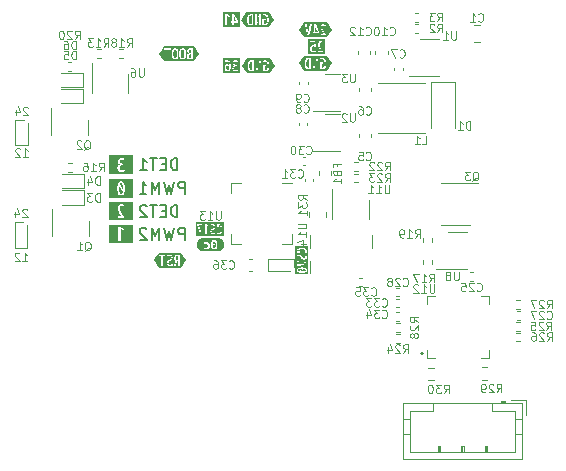
<source format=gbr>
%TF.GenerationSoftware,KiCad,Pcbnew,(6.0.6)*%
%TF.CreationDate,2022-07-03T12:41:07+08:00*%
%TF.ProjectId,Stealthburner_Toolhead_PCB,53746561-6c74-4686-9275-726e65725f54,rev?*%
%TF.SameCoordinates,Original*%
%TF.FileFunction,Legend,Bot*%
%TF.FilePolarity,Positive*%
%FSLAX46Y46*%
G04 Gerber Fmt 4.6, Leading zero omitted, Abs format (unit mm)*
G04 Created by KiCad (PCBNEW (6.0.6)) date 2022-07-03 12:41:07*
%MOMM*%
%LPD*%
G01*
G04 APERTURE LIST*
%ADD10C,0.120000*%
%ADD11C,0.150000*%
%ADD12C,0.200000*%
G04 APERTURE END LIST*
D10*
X101530133Y-109841466D02*
X101930133Y-109841466D01*
X101730133Y-109841466D02*
X101730133Y-109141466D01*
X101796800Y-109241466D01*
X101863466Y-109308133D01*
X101930133Y-109341466D01*
X101263466Y-109208133D02*
X101230133Y-109174800D01*
X101163466Y-109141466D01*
X100996800Y-109141466D01*
X100930133Y-109174800D01*
X100896800Y-109208133D01*
X100863466Y-109274800D01*
X100863466Y-109341466D01*
X100896800Y-109441466D01*
X101296800Y-109841466D01*
X100863466Y-109841466D01*
X101930133Y-105702933D02*
X101896800Y-105669600D01*
X101830133Y-105636266D01*
X101663466Y-105636266D01*
X101596800Y-105669600D01*
X101563466Y-105702933D01*
X101530133Y-105769600D01*
X101530133Y-105836266D01*
X101563466Y-105936266D01*
X101963466Y-106336266D01*
X101530133Y-106336266D01*
X100930133Y-105869600D02*
X100930133Y-106336266D01*
X101096800Y-105602933D02*
X101263466Y-106102933D01*
X100830133Y-106102933D01*
D11*
X114601428Y-110993180D02*
X114601428Y-109993180D01*
X114363333Y-109993180D01*
X114220476Y-110040800D01*
X114125238Y-110136038D01*
X114077619Y-110231276D01*
X114030000Y-110421752D01*
X114030000Y-110564609D01*
X114077619Y-110755085D01*
X114125238Y-110850323D01*
X114220476Y-110945561D01*
X114363333Y-110993180D01*
X114601428Y-110993180D01*
X113601428Y-110469371D02*
X113268095Y-110469371D01*
X113125238Y-110993180D02*
X113601428Y-110993180D01*
X113601428Y-109993180D01*
X113125238Y-109993180D01*
X112839523Y-109993180D02*
X112268095Y-109993180D01*
X112553809Y-110993180D02*
X112553809Y-109993180D01*
X111410952Y-110993180D02*
X111982380Y-110993180D01*
X111696666Y-110993180D02*
X111696666Y-109993180D01*
X111791904Y-110136038D01*
X111887142Y-110231276D01*
X111982380Y-110278895D01*
D10*
X101879333Y-114338933D02*
X101846000Y-114305600D01*
X101779333Y-114272266D01*
X101612666Y-114272266D01*
X101546000Y-114305600D01*
X101512666Y-114338933D01*
X101479333Y-114405600D01*
X101479333Y-114472266D01*
X101512666Y-114572266D01*
X101912666Y-114972266D01*
X101479333Y-114972266D01*
X100879333Y-114505600D02*
X100879333Y-114972266D01*
X101046000Y-114238933D02*
X101212666Y-114738933D01*
X100779333Y-114738933D01*
D11*
X115215752Y-116885980D02*
X115215752Y-115885980D01*
X114834800Y-115885980D01*
X114739561Y-115933600D01*
X114691942Y-115981219D01*
X114644323Y-116076457D01*
X114644323Y-116219314D01*
X114691942Y-116314552D01*
X114739561Y-116362171D01*
X114834800Y-116409790D01*
X115215752Y-116409790D01*
X114310990Y-115885980D02*
X114072895Y-116885980D01*
X113882419Y-116171695D01*
X113691942Y-116885980D01*
X113453847Y-115885980D01*
X113072895Y-116885980D02*
X113072895Y-115885980D01*
X112739561Y-116600266D01*
X112406228Y-115885980D01*
X112406228Y-116885980D01*
X111977657Y-115981219D02*
X111930038Y-115933600D01*
X111834800Y-115885980D01*
X111596704Y-115885980D01*
X111501466Y-115933600D01*
X111453847Y-115981219D01*
X111406228Y-116076457D01*
X111406228Y-116171695D01*
X111453847Y-116314552D01*
X112025276Y-116885980D01*
X111406228Y-116885980D01*
X115215752Y-112974380D02*
X115215752Y-111974380D01*
X114834800Y-111974380D01*
X114739561Y-112022000D01*
X114691942Y-112069619D01*
X114644323Y-112164857D01*
X114644323Y-112307714D01*
X114691942Y-112402952D01*
X114739561Y-112450571D01*
X114834800Y-112498190D01*
X115215752Y-112498190D01*
X114310990Y-111974380D02*
X114072895Y-112974380D01*
X113882419Y-112260095D01*
X113691942Y-112974380D01*
X113453847Y-111974380D01*
X113072895Y-112974380D02*
X113072895Y-111974380D01*
X112739561Y-112688666D01*
X112406228Y-111974380D01*
X112406228Y-112974380D01*
X111406228Y-112974380D02*
X111977657Y-112974380D01*
X111691942Y-112974380D02*
X111691942Y-111974380D01*
X111787180Y-112117238D01*
X111882419Y-112212476D01*
X111977657Y-112260095D01*
D10*
X101479333Y-118680666D02*
X101879333Y-118680666D01*
X101679333Y-118680666D02*
X101679333Y-117980666D01*
X101746000Y-118080666D01*
X101812666Y-118147333D01*
X101879333Y-118180666D01*
X101212666Y-118047333D02*
X101179333Y-118014000D01*
X101112666Y-117980666D01*
X100946000Y-117980666D01*
X100879333Y-118014000D01*
X100846000Y-118047333D01*
X100812666Y-118114000D01*
X100812666Y-118180666D01*
X100846000Y-118280666D01*
X101246000Y-118680666D01*
X100812666Y-118680666D01*
D11*
X114601428Y-114955580D02*
X114601428Y-113955580D01*
X114363333Y-113955580D01*
X114220476Y-114003200D01*
X114125238Y-114098438D01*
X114077619Y-114193676D01*
X114030000Y-114384152D01*
X114030000Y-114527009D01*
X114077619Y-114717485D01*
X114125238Y-114812723D01*
X114220476Y-114907961D01*
X114363333Y-114955580D01*
X114601428Y-114955580D01*
X113601428Y-114431771D02*
X113268095Y-114431771D01*
X113125238Y-114955580D02*
X113601428Y-114955580D01*
X113601428Y-113955580D01*
X113125238Y-113955580D01*
X112839523Y-113955580D02*
X112268095Y-113955580D01*
X112553809Y-114955580D02*
X112553809Y-113955580D01*
X111982380Y-114050819D02*
X111934761Y-114003200D01*
X111839523Y-113955580D01*
X111601428Y-113955580D01*
X111506190Y-114003200D01*
X111458571Y-114050819D01*
X111410952Y-114146057D01*
X111410952Y-114241295D01*
X111458571Y-114384152D01*
X112030000Y-114955580D01*
X111410952Y-114955580D01*
D10*
%TO.C,C12*%
X130548800Y-99513200D02*
X130582133Y-99546533D01*
X130682133Y-99579866D01*
X130748800Y-99579866D01*
X130848800Y-99546533D01*
X130915466Y-99479866D01*
X130948800Y-99413200D01*
X130982133Y-99279866D01*
X130982133Y-99179866D01*
X130948800Y-99046533D01*
X130915466Y-98979866D01*
X130848800Y-98913200D01*
X130748800Y-98879866D01*
X130682133Y-98879866D01*
X130582133Y-98913200D01*
X130548800Y-98946533D01*
X129882133Y-99579866D02*
X130282133Y-99579866D01*
X130082133Y-99579866D02*
X130082133Y-98879866D01*
X130148800Y-98979866D01*
X130215466Y-99046533D01*
X130282133Y-99079866D01*
X129615466Y-98946533D02*
X129582133Y-98913200D01*
X129515466Y-98879866D01*
X129348800Y-98879866D01*
X129282133Y-98913200D01*
X129248800Y-98946533D01*
X129215466Y-99013200D01*
X129215466Y-99079866D01*
X129248800Y-99179866D01*
X129648800Y-99579866D01*
X129215466Y-99579866D01*
%TO.C,C5*%
X130571066Y-110079600D02*
X130604400Y-110112933D01*
X130704400Y-110146266D01*
X130771066Y-110146266D01*
X130871066Y-110112933D01*
X130937733Y-110046266D01*
X130971066Y-109979600D01*
X131004400Y-109846266D01*
X131004400Y-109746266D01*
X130971066Y-109612933D01*
X130937733Y-109546266D01*
X130871066Y-109479600D01*
X130771066Y-109446266D01*
X130704400Y-109446266D01*
X130604400Y-109479600D01*
X130571066Y-109512933D01*
X129937733Y-109446266D02*
X130271066Y-109446266D01*
X130304400Y-109779600D01*
X130271066Y-109746266D01*
X130204400Y-109712933D01*
X130037733Y-109712933D01*
X129971066Y-109746266D01*
X129937733Y-109779600D01*
X129904400Y-109846266D01*
X129904400Y-110012933D01*
X129937733Y-110079600D01*
X129971066Y-110112933D01*
X130037733Y-110146266D01*
X130204400Y-110146266D01*
X130271066Y-110112933D01*
X130304400Y-110079600D01*
%TO.C,U1*%
X138201333Y-99235466D02*
X138201333Y-99802133D01*
X138168000Y-99868800D01*
X138134666Y-99902133D01*
X138068000Y-99935466D01*
X137934666Y-99935466D01*
X137868000Y-99902133D01*
X137834666Y-99868800D01*
X137801333Y-99802133D01*
X137801333Y-99235466D01*
X137101333Y-99935466D02*
X137501333Y-99935466D01*
X137301333Y-99935466D02*
X137301333Y-99235466D01*
X137368000Y-99335466D01*
X137434666Y-99402133D01*
X137501333Y-99435466D01*
%TO.C,U13*%
X118265466Y-114475466D02*
X118265466Y-115042133D01*
X118232133Y-115108800D01*
X118198800Y-115142133D01*
X118132133Y-115175466D01*
X117998800Y-115175466D01*
X117932133Y-115142133D01*
X117898800Y-115108800D01*
X117865466Y-115042133D01*
X117865466Y-114475466D01*
X117165466Y-115175466D02*
X117565466Y-115175466D01*
X117365466Y-115175466D02*
X117365466Y-114475466D01*
X117432133Y-114575466D01*
X117498800Y-114642133D01*
X117565466Y-114675466D01*
X116932133Y-114475466D02*
X116498800Y-114475466D01*
X116732133Y-114742133D01*
X116632133Y-114742133D01*
X116565466Y-114775466D01*
X116532133Y-114808800D01*
X116498800Y-114875466D01*
X116498800Y-115042133D01*
X116532133Y-115108800D01*
X116565466Y-115142133D01*
X116632133Y-115175466D01*
X116832133Y-115175466D01*
X116898800Y-115142133D01*
X116932133Y-115108800D01*
%TO.C,R25*%
X145837600Y-124522666D02*
X146070933Y-124189333D01*
X146237600Y-124522666D02*
X146237600Y-123822666D01*
X145970933Y-123822666D01*
X145904266Y-123856000D01*
X145870933Y-123889333D01*
X145837600Y-123956000D01*
X145837600Y-124056000D01*
X145870933Y-124122666D01*
X145904266Y-124156000D01*
X145970933Y-124189333D01*
X146237600Y-124189333D01*
X145570933Y-123889333D02*
X145537600Y-123856000D01*
X145470933Y-123822666D01*
X145304266Y-123822666D01*
X145237600Y-123856000D01*
X145204266Y-123889333D01*
X145170933Y-123956000D01*
X145170933Y-124022666D01*
X145204266Y-124122666D01*
X145604266Y-124522666D01*
X145170933Y-124522666D01*
X144537600Y-123822666D02*
X144870933Y-123822666D01*
X144904266Y-124156000D01*
X144870933Y-124122666D01*
X144804266Y-124089333D01*
X144637600Y-124089333D01*
X144570933Y-124122666D01*
X144537600Y-124156000D01*
X144504266Y-124222666D01*
X144504266Y-124389333D01*
X144537600Y-124456000D01*
X144570933Y-124489333D01*
X144637600Y-124522666D01*
X144804266Y-124522666D01*
X144870933Y-124489333D01*
X144904266Y-124456000D01*
%TO.C,R13*%
X108349200Y-100545066D02*
X108582533Y-100211733D01*
X108749200Y-100545066D02*
X108749200Y-99845066D01*
X108482533Y-99845066D01*
X108415866Y-99878400D01*
X108382533Y-99911733D01*
X108349200Y-99978400D01*
X108349200Y-100078400D01*
X108382533Y-100145066D01*
X108415866Y-100178400D01*
X108482533Y-100211733D01*
X108749200Y-100211733D01*
X107682533Y-100545066D02*
X108082533Y-100545066D01*
X107882533Y-100545066D02*
X107882533Y-99845066D01*
X107949200Y-99945066D01*
X108015866Y-100011733D01*
X108082533Y-100045066D01*
X107449200Y-99845066D02*
X107015866Y-99845066D01*
X107249200Y-100111733D01*
X107149200Y-100111733D01*
X107082533Y-100145066D01*
X107049200Y-100178400D01*
X107015866Y-100245066D01*
X107015866Y-100411733D01*
X107049200Y-100478400D01*
X107082533Y-100511733D01*
X107149200Y-100545066D01*
X107349200Y-100545066D01*
X107415866Y-100511733D01*
X107449200Y-100478400D01*
%TO.C,C27*%
X145886400Y-123541600D02*
X145919733Y-123574933D01*
X146019733Y-123608266D01*
X146086400Y-123608266D01*
X146186400Y-123574933D01*
X146253066Y-123508266D01*
X146286400Y-123441600D01*
X146319733Y-123308266D01*
X146319733Y-123208266D01*
X146286400Y-123074933D01*
X146253066Y-123008266D01*
X146186400Y-122941600D01*
X146086400Y-122908266D01*
X146019733Y-122908266D01*
X145919733Y-122941600D01*
X145886400Y-122974933D01*
X145619733Y-122974933D02*
X145586400Y-122941600D01*
X145519733Y-122908266D01*
X145353066Y-122908266D01*
X145286400Y-122941600D01*
X145253066Y-122974933D01*
X145219733Y-123041600D01*
X145219733Y-123108266D01*
X145253066Y-123208266D01*
X145653066Y-123608266D01*
X145219733Y-123608266D01*
X144986400Y-122908266D02*
X144519733Y-122908266D01*
X144819733Y-123608266D01*
%TO.C,R28*%
X134987466Y-123857600D02*
X134654133Y-123624266D01*
X134987466Y-123457600D02*
X134287466Y-123457600D01*
X134287466Y-123724266D01*
X134320800Y-123790933D01*
X134354133Y-123824266D01*
X134420800Y-123857600D01*
X134520800Y-123857600D01*
X134587466Y-123824266D01*
X134620800Y-123790933D01*
X134654133Y-123724266D01*
X134654133Y-123457600D01*
X134354133Y-124124266D02*
X134320800Y-124157600D01*
X134287466Y-124224266D01*
X134287466Y-124390933D01*
X134320800Y-124457600D01*
X134354133Y-124490933D01*
X134420800Y-124524266D01*
X134487466Y-124524266D01*
X134587466Y-124490933D01*
X134987466Y-124090933D01*
X134987466Y-124524266D01*
X134587466Y-124924266D02*
X134554133Y-124857600D01*
X134520800Y-124824266D01*
X134454133Y-124790933D01*
X134420800Y-124790933D01*
X134354133Y-124824266D01*
X134320800Y-124857600D01*
X134287466Y-124924266D01*
X134287466Y-125057600D01*
X134320800Y-125124266D01*
X134354133Y-125157600D01*
X134420800Y-125190933D01*
X134454133Y-125190933D01*
X134520800Y-125157600D01*
X134554133Y-125124266D01*
X134587466Y-125057600D01*
X134587466Y-124924266D01*
X134620800Y-124857600D01*
X134654133Y-124824266D01*
X134720800Y-124790933D01*
X134854133Y-124790933D01*
X134920800Y-124824266D01*
X134954133Y-124857600D01*
X134987466Y-124924266D01*
X134987466Y-125057600D01*
X134954133Y-125124266D01*
X134920800Y-125157600D01*
X134854133Y-125190933D01*
X134720800Y-125190933D01*
X134654133Y-125157600D01*
X134620800Y-125124266D01*
X134587466Y-125057600D01*
%TO.C,C10*%
X132580800Y-99513200D02*
X132614133Y-99546533D01*
X132714133Y-99579866D01*
X132780800Y-99579866D01*
X132880800Y-99546533D01*
X132947466Y-99479866D01*
X132980800Y-99413200D01*
X133014133Y-99279866D01*
X133014133Y-99179866D01*
X132980800Y-99046533D01*
X132947466Y-98979866D01*
X132880800Y-98913200D01*
X132780800Y-98879866D01*
X132714133Y-98879866D01*
X132614133Y-98913200D01*
X132580800Y-98946533D01*
X131914133Y-99579866D02*
X132314133Y-99579866D01*
X132114133Y-99579866D02*
X132114133Y-98879866D01*
X132180800Y-98979866D01*
X132247466Y-99046533D01*
X132314133Y-99079866D01*
X131480800Y-98879866D02*
X131414133Y-98879866D01*
X131347466Y-98913200D01*
X131314133Y-98946533D01*
X131280800Y-99013200D01*
X131247466Y-99146533D01*
X131247466Y-99313200D01*
X131280800Y-99446533D01*
X131314133Y-99513200D01*
X131347466Y-99546533D01*
X131414133Y-99579866D01*
X131480800Y-99579866D01*
X131547466Y-99546533D01*
X131580800Y-99513200D01*
X131614133Y-99446533D01*
X131647466Y-99313200D01*
X131647466Y-99146533D01*
X131614133Y-99013200D01*
X131580800Y-98946533D01*
X131547466Y-98913200D01*
X131480800Y-98879866D01*
%TO.C,C6*%
X130571066Y-106218800D02*
X130604400Y-106252133D01*
X130704400Y-106285466D01*
X130771066Y-106285466D01*
X130871066Y-106252133D01*
X130937733Y-106185466D01*
X130971066Y-106118800D01*
X131004400Y-105985466D01*
X131004400Y-105885466D01*
X130971066Y-105752133D01*
X130937733Y-105685466D01*
X130871066Y-105618800D01*
X130771066Y-105585466D01*
X130704400Y-105585466D01*
X130604400Y-105618800D01*
X130571066Y-105652133D01*
X129971066Y-105585466D02*
X130104400Y-105585466D01*
X130171066Y-105618800D01*
X130204400Y-105652133D01*
X130271066Y-105752133D01*
X130304400Y-105885466D01*
X130304400Y-106152133D01*
X130271066Y-106218800D01*
X130237733Y-106252133D01*
X130171066Y-106285466D01*
X130037733Y-106285466D01*
X129971066Y-106252133D01*
X129937733Y-106218800D01*
X129904400Y-106152133D01*
X129904400Y-105985466D01*
X129937733Y-105918800D01*
X129971066Y-105885466D01*
X130037733Y-105852133D01*
X130171066Y-105852133D01*
X130237733Y-105885466D01*
X130271066Y-105918800D01*
X130304400Y-105985466D01*
%TO.C,Q1*%
X106746666Y-117832933D02*
X106813333Y-117799600D01*
X106880000Y-117732933D01*
X106980000Y-117632933D01*
X107046666Y-117599600D01*
X107113333Y-117599600D01*
X107080000Y-117766266D02*
X107146666Y-117732933D01*
X107213333Y-117666266D01*
X107246666Y-117532933D01*
X107246666Y-117299600D01*
X107213333Y-117166266D01*
X107146666Y-117099600D01*
X107080000Y-117066266D01*
X106946666Y-117066266D01*
X106880000Y-117099600D01*
X106813333Y-117166266D01*
X106780000Y-117299600D01*
X106780000Y-117532933D01*
X106813333Y-117666266D01*
X106880000Y-117732933D01*
X106946666Y-117766266D01*
X107080000Y-117766266D01*
X106113333Y-117766266D02*
X106513333Y-117766266D01*
X106313333Y-117766266D02*
X106313333Y-117066266D01*
X106380000Y-117166266D01*
X106446666Y-117232933D01*
X106513333Y-117266266D01*
%TO.C,C34*%
X131920400Y-123440000D02*
X131953733Y-123473333D01*
X132053733Y-123506666D01*
X132120400Y-123506666D01*
X132220400Y-123473333D01*
X132287066Y-123406666D01*
X132320400Y-123340000D01*
X132353733Y-123206666D01*
X132353733Y-123106666D01*
X132320400Y-122973333D01*
X132287066Y-122906666D01*
X132220400Y-122840000D01*
X132120400Y-122806666D01*
X132053733Y-122806666D01*
X131953733Y-122840000D01*
X131920400Y-122873333D01*
X131687066Y-122806666D02*
X131253733Y-122806666D01*
X131487066Y-123073333D01*
X131387066Y-123073333D01*
X131320400Y-123106666D01*
X131287066Y-123140000D01*
X131253733Y-123206666D01*
X131253733Y-123373333D01*
X131287066Y-123440000D01*
X131320400Y-123473333D01*
X131387066Y-123506666D01*
X131587066Y-123506666D01*
X131653733Y-123473333D01*
X131687066Y-123440000D01*
X130653733Y-123040000D02*
X130653733Y-123506666D01*
X130820400Y-122773333D02*
X130987066Y-123273333D01*
X130553733Y-123273333D01*
%TO.C,U3*%
X129616133Y-102842266D02*
X129616133Y-103408933D01*
X129582800Y-103475600D01*
X129549466Y-103508933D01*
X129482800Y-103542266D01*
X129349466Y-103542266D01*
X129282800Y-103508933D01*
X129249466Y-103475600D01*
X129216133Y-103408933D01*
X129216133Y-102842266D01*
X128949466Y-102842266D02*
X128516133Y-102842266D01*
X128749466Y-103108933D01*
X128649466Y-103108933D01*
X128582800Y-103142266D01*
X128549466Y-103175600D01*
X128516133Y-103242266D01*
X128516133Y-103408933D01*
X128549466Y-103475600D01*
X128582800Y-103508933D01*
X128649466Y-103542266D01*
X128849466Y-103542266D01*
X128916133Y-103508933D01*
X128949466Y-103475600D01*
%TO.C,C31*%
X124808400Y-111552800D02*
X124841733Y-111586133D01*
X124941733Y-111619466D01*
X125008400Y-111619466D01*
X125108400Y-111586133D01*
X125175066Y-111519466D01*
X125208400Y-111452800D01*
X125241733Y-111319466D01*
X125241733Y-111219466D01*
X125208400Y-111086133D01*
X125175066Y-111019466D01*
X125108400Y-110952800D01*
X125008400Y-110919466D01*
X124941733Y-110919466D01*
X124841733Y-110952800D01*
X124808400Y-110986133D01*
X124575066Y-110919466D02*
X124141733Y-110919466D01*
X124375066Y-111186133D01*
X124275066Y-111186133D01*
X124208400Y-111219466D01*
X124175066Y-111252800D01*
X124141733Y-111319466D01*
X124141733Y-111486133D01*
X124175066Y-111552800D01*
X124208400Y-111586133D01*
X124275066Y-111619466D01*
X124475066Y-111619466D01*
X124541733Y-111586133D01*
X124575066Y-111552800D01*
X123475066Y-111619466D02*
X123875066Y-111619466D01*
X123675066Y-111619466D02*
X123675066Y-110919466D01*
X123741733Y-111019466D01*
X123808400Y-111086133D01*
X123875066Y-111119466D01*
%TO.C,C35*%
X131006000Y-121560400D02*
X131039333Y-121593733D01*
X131139333Y-121627066D01*
X131206000Y-121627066D01*
X131306000Y-121593733D01*
X131372666Y-121527066D01*
X131406000Y-121460400D01*
X131439333Y-121327066D01*
X131439333Y-121227066D01*
X131406000Y-121093733D01*
X131372666Y-121027066D01*
X131306000Y-120960400D01*
X131206000Y-120927066D01*
X131139333Y-120927066D01*
X131039333Y-120960400D01*
X131006000Y-120993733D01*
X130772666Y-120927066D02*
X130339333Y-120927066D01*
X130572666Y-121193733D01*
X130472666Y-121193733D01*
X130406000Y-121227066D01*
X130372666Y-121260400D01*
X130339333Y-121327066D01*
X130339333Y-121493733D01*
X130372666Y-121560400D01*
X130406000Y-121593733D01*
X130472666Y-121627066D01*
X130672666Y-121627066D01*
X130739333Y-121593733D01*
X130772666Y-121560400D01*
X129706000Y-120927066D02*
X130039333Y-120927066D01*
X130072666Y-121260400D01*
X130039333Y-121227066D01*
X129972666Y-121193733D01*
X129806000Y-121193733D01*
X129739333Y-121227066D01*
X129706000Y-121260400D01*
X129672666Y-121327066D01*
X129672666Y-121493733D01*
X129706000Y-121560400D01*
X129739333Y-121593733D01*
X129806000Y-121627066D01*
X129972666Y-121627066D01*
X130039333Y-121593733D01*
X130072666Y-121560400D01*
%TO.C,Q2*%
X106695866Y-109247733D02*
X106762533Y-109214400D01*
X106829200Y-109147733D01*
X106929200Y-109047733D01*
X106995866Y-109014400D01*
X107062533Y-109014400D01*
X107029200Y-109181066D02*
X107095866Y-109147733D01*
X107162533Y-109081066D01*
X107195866Y-108947733D01*
X107195866Y-108714400D01*
X107162533Y-108581066D01*
X107095866Y-108514400D01*
X107029200Y-108481066D01*
X106895866Y-108481066D01*
X106829200Y-108514400D01*
X106762533Y-108581066D01*
X106729200Y-108714400D01*
X106729200Y-108947733D01*
X106762533Y-109081066D01*
X106829200Y-109147733D01*
X106895866Y-109181066D01*
X107029200Y-109181066D01*
X106462533Y-108547733D02*
X106429200Y-108514400D01*
X106362533Y-108481066D01*
X106195866Y-108481066D01*
X106129200Y-108514400D01*
X106095866Y-108547733D01*
X106062533Y-108614400D01*
X106062533Y-108681066D01*
X106095866Y-108781066D01*
X106495866Y-109181066D01*
X106062533Y-109181066D01*
%TO.C,Q3*%
X139563466Y-111889333D02*
X139630133Y-111856000D01*
X139696800Y-111789333D01*
X139796800Y-111689333D01*
X139863466Y-111656000D01*
X139930133Y-111656000D01*
X139896800Y-111822666D02*
X139963466Y-111789333D01*
X140030133Y-111722666D01*
X140063466Y-111589333D01*
X140063466Y-111356000D01*
X140030133Y-111222666D01*
X139963466Y-111156000D01*
X139896800Y-111122666D01*
X139763466Y-111122666D01*
X139696800Y-111156000D01*
X139630133Y-111222666D01*
X139596800Y-111356000D01*
X139596800Y-111589333D01*
X139630133Y-111722666D01*
X139696800Y-111789333D01*
X139763466Y-111822666D01*
X139896800Y-111822666D01*
X139363466Y-111122666D02*
X138930133Y-111122666D01*
X139163466Y-111389333D01*
X139063466Y-111389333D01*
X138996800Y-111422666D01*
X138963466Y-111456000D01*
X138930133Y-111522666D01*
X138930133Y-111689333D01*
X138963466Y-111756000D01*
X138996800Y-111789333D01*
X139063466Y-111822666D01*
X139263466Y-111822666D01*
X139330133Y-111789333D01*
X139363466Y-111756000D01*
%TO.C,D3*%
X108009466Y-113651466D02*
X108009466Y-112951466D01*
X107842800Y-112951466D01*
X107742800Y-112984800D01*
X107676133Y-113051466D01*
X107642800Y-113118133D01*
X107609466Y-113251466D01*
X107609466Y-113351466D01*
X107642800Y-113484800D01*
X107676133Y-113551466D01*
X107742800Y-113618133D01*
X107842800Y-113651466D01*
X108009466Y-113651466D01*
X107376133Y-112951466D02*
X106942800Y-112951466D01*
X107176133Y-113218133D01*
X107076133Y-113218133D01*
X107009466Y-113251466D01*
X106976133Y-113284800D01*
X106942800Y-113351466D01*
X106942800Y-113518133D01*
X106976133Y-113584800D01*
X107009466Y-113618133D01*
X107076133Y-113651466D01*
X107276133Y-113651466D01*
X107342800Y-113618133D01*
X107376133Y-113584800D01*
%TO.C,D6*%
X106028266Y-100748266D02*
X106028266Y-100048266D01*
X105861600Y-100048266D01*
X105761600Y-100081600D01*
X105694933Y-100148266D01*
X105661600Y-100214933D01*
X105628266Y-100348266D01*
X105628266Y-100448266D01*
X105661600Y-100581600D01*
X105694933Y-100648266D01*
X105761600Y-100714933D01*
X105861600Y-100748266D01*
X106028266Y-100748266D01*
X105028266Y-100048266D02*
X105161600Y-100048266D01*
X105228266Y-100081600D01*
X105261600Y-100114933D01*
X105328266Y-100214933D01*
X105361600Y-100348266D01*
X105361600Y-100614933D01*
X105328266Y-100681600D01*
X105294933Y-100714933D01*
X105228266Y-100748266D01*
X105094933Y-100748266D01*
X105028266Y-100714933D01*
X104994933Y-100681600D01*
X104961600Y-100614933D01*
X104961600Y-100448266D01*
X104994933Y-100381600D01*
X105028266Y-100348266D01*
X105094933Y-100314933D01*
X105228266Y-100314933D01*
X105294933Y-100348266D01*
X105328266Y-100381600D01*
X105361600Y-100448266D01*
%TO.C,R31*%
X125538666Y-113494400D02*
X125205333Y-113261066D01*
X125538666Y-113094400D02*
X124838666Y-113094400D01*
X124838666Y-113361066D01*
X124872000Y-113427733D01*
X124905333Y-113461066D01*
X124972000Y-113494400D01*
X125072000Y-113494400D01*
X125138666Y-113461066D01*
X125172000Y-113427733D01*
X125205333Y-113361066D01*
X125205333Y-113094400D01*
X124838666Y-113727733D02*
X124838666Y-114161066D01*
X125105333Y-113927733D01*
X125105333Y-114027733D01*
X125138666Y-114094400D01*
X125172000Y-114127733D01*
X125238666Y-114161066D01*
X125405333Y-114161066D01*
X125472000Y-114127733D01*
X125505333Y-114094400D01*
X125538666Y-114027733D01*
X125538666Y-113827733D01*
X125505333Y-113761066D01*
X125472000Y-113727733D01*
X125538666Y-114827733D02*
X125538666Y-114427733D01*
X125538666Y-114627733D02*
X124838666Y-114627733D01*
X124938666Y-114561066D01*
X125005333Y-114494400D01*
X125038666Y-114427733D01*
%TO.C,R29*%
X141623200Y-129805866D02*
X141856533Y-129472533D01*
X142023200Y-129805866D02*
X142023200Y-129105866D01*
X141756533Y-129105866D01*
X141689866Y-129139200D01*
X141656533Y-129172533D01*
X141623200Y-129239200D01*
X141623200Y-129339200D01*
X141656533Y-129405866D01*
X141689866Y-129439200D01*
X141756533Y-129472533D01*
X142023200Y-129472533D01*
X141356533Y-129172533D02*
X141323200Y-129139200D01*
X141256533Y-129105866D01*
X141089866Y-129105866D01*
X141023200Y-129139200D01*
X140989866Y-129172533D01*
X140956533Y-129239200D01*
X140956533Y-129305866D01*
X140989866Y-129405866D01*
X141389866Y-129805866D01*
X140956533Y-129805866D01*
X140623200Y-129805866D02*
X140489866Y-129805866D01*
X140423200Y-129772533D01*
X140389866Y-129739200D01*
X140323200Y-129639200D01*
X140289866Y-129505866D01*
X140289866Y-129239200D01*
X140323200Y-129172533D01*
X140356533Y-129139200D01*
X140423200Y-129105866D01*
X140556533Y-129105866D01*
X140623200Y-129139200D01*
X140656533Y-129172533D01*
X140689866Y-129239200D01*
X140689866Y-129405866D01*
X140656533Y-129472533D01*
X140623200Y-129505866D01*
X140556533Y-129539200D01*
X140423200Y-129539200D01*
X140356533Y-129505866D01*
X140323200Y-129472533D01*
X140289866Y-129405866D01*
%TO.C,C33*%
X131920400Y-122474800D02*
X131953733Y-122508133D01*
X132053733Y-122541466D01*
X132120400Y-122541466D01*
X132220400Y-122508133D01*
X132287066Y-122441466D01*
X132320400Y-122374800D01*
X132353733Y-122241466D01*
X132353733Y-122141466D01*
X132320400Y-122008133D01*
X132287066Y-121941466D01*
X132220400Y-121874800D01*
X132120400Y-121841466D01*
X132053733Y-121841466D01*
X131953733Y-121874800D01*
X131920400Y-121908133D01*
X131687066Y-121841466D02*
X131253733Y-121841466D01*
X131487066Y-122108133D01*
X131387066Y-122108133D01*
X131320400Y-122141466D01*
X131287066Y-122174800D01*
X131253733Y-122241466D01*
X131253733Y-122408133D01*
X131287066Y-122474800D01*
X131320400Y-122508133D01*
X131387066Y-122541466D01*
X131587066Y-122541466D01*
X131653733Y-122508133D01*
X131687066Y-122474800D01*
X131020400Y-121841466D02*
X130587066Y-121841466D01*
X130820400Y-122108133D01*
X130720400Y-122108133D01*
X130653733Y-122141466D01*
X130620400Y-122174800D01*
X130587066Y-122241466D01*
X130587066Y-122408133D01*
X130620400Y-122474800D01*
X130653733Y-122508133D01*
X130720400Y-122541466D01*
X130920400Y-122541466D01*
X130987066Y-122508133D01*
X131020400Y-122474800D01*
%TO.C,R30*%
X137152800Y-129856666D02*
X137386133Y-129523333D01*
X137552800Y-129856666D02*
X137552800Y-129156666D01*
X137286133Y-129156666D01*
X137219466Y-129190000D01*
X137186133Y-129223333D01*
X137152800Y-129290000D01*
X137152800Y-129390000D01*
X137186133Y-129456666D01*
X137219466Y-129490000D01*
X137286133Y-129523333D01*
X137552800Y-129523333D01*
X136919466Y-129156666D02*
X136486133Y-129156666D01*
X136719466Y-129423333D01*
X136619466Y-129423333D01*
X136552800Y-129456666D01*
X136519466Y-129490000D01*
X136486133Y-129556666D01*
X136486133Y-129723333D01*
X136519466Y-129790000D01*
X136552800Y-129823333D01*
X136619466Y-129856666D01*
X136819466Y-129856666D01*
X136886133Y-129823333D01*
X136919466Y-129790000D01*
X136052800Y-129156666D02*
X135986133Y-129156666D01*
X135919466Y-129190000D01*
X135886133Y-129223333D01*
X135852800Y-129290000D01*
X135819466Y-129423333D01*
X135819466Y-129590000D01*
X135852800Y-129723333D01*
X135886133Y-129790000D01*
X135919466Y-129823333D01*
X135986133Y-129856666D01*
X136052800Y-129856666D01*
X136119466Y-129823333D01*
X136152800Y-129790000D01*
X136186133Y-129723333D01*
X136219466Y-129590000D01*
X136219466Y-129423333D01*
X136186133Y-129290000D01*
X136152800Y-129223333D01*
X136119466Y-129190000D01*
X136052800Y-129156666D01*
%TO.C,R20*%
X105910800Y-99884666D02*
X106144133Y-99551333D01*
X106310800Y-99884666D02*
X106310800Y-99184666D01*
X106044133Y-99184666D01*
X105977466Y-99218000D01*
X105944133Y-99251333D01*
X105910800Y-99318000D01*
X105910800Y-99418000D01*
X105944133Y-99484666D01*
X105977466Y-99518000D01*
X106044133Y-99551333D01*
X106310800Y-99551333D01*
X105644133Y-99251333D02*
X105610800Y-99218000D01*
X105544133Y-99184666D01*
X105377466Y-99184666D01*
X105310800Y-99218000D01*
X105277466Y-99251333D01*
X105244133Y-99318000D01*
X105244133Y-99384666D01*
X105277466Y-99484666D01*
X105677466Y-99884666D01*
X105244133Y-99884666D01*
X104810800Y-99184666D02*
X104744133Y-99184666D01*
X104677466Y-99218000D01*
X104644133Y-99251333D01*
X104610800Y-99318000D01*
X104577466Y-99451333D01*
X104577466Y-99618000D01*
X104610800Y-99751333D01*
X104644133Y-99818000D01*
X104677466Y-99851333D01*
X104744133Y-99884666D01*
X104810800Y-99884666D01*
X104877466Y-99851333D01*
X104910800Y-99818000D01*
X104944133Y-99751333D01*
X104977466Y-99618000D01*
X104977466Y-99451333D01*
X104944133Y-99318000D01*
X104910800Y-99251333D01*
X104877466Y-99218000D01*
X104810800Y-99184666D01*
%TO.C,R2*%
X136616266Y-99325866D02*
X136849600Y-98992533D01*
X137016266Y-99325866D02*
X137016266Y-98625866D01*
X136749600Y-98625866D01*
X136682933Y-98659200D01*
X136649600Y-98692533D01*
X136616266Y-98759200D01*
X136616266Y-98859200D01*
X136649600Y-98925866D01*
X136682933Y-98959200D01*
X136749600Y-98992533D01*
X137016266Y-98992533D01*
X136349600Y-98692533D02*
X136316266Y-98659200D01*
X136249600Y-98625866D01*
X136082933Y-98625866D01*
X136016266Y-98659200D01*
X135982933Y-98692533D01*
X135949600Y-98759200D01*
X135949600Y-98825866D01*
X135982933Y-98925866D01*
X136382933Y-99325866D01*
X135949600Y-99325866D01*
%TO.C,C28*%
X133698400Y-120747600D02*
X133731733Y-120780933D01*
X133831733Y-120814266D01*
X133898400Y-120814266D01*
X133998400Y-120780933D01*
X134065066Y-120714266D01*
X134098400Y-120647600D01*
X134131733Y-120514266D01*
X134131733Y-120414266D01*
X134098400Y-120280933D01*
X134065066Y-120214266D01*
X133998400Y-120147600D01*
X133898400Y-120114266D01*
X133831733Y-120114266D01*
X133731733Y-120147600D01*
X133698400Y-120180933D01*
X133431733Y-120180933D02*
X133398400Y-120147600D01*
X133331733Y-120114266D01*
X133165066Y-120114266D01*
X133098400Y-120147600D01*
X133065066Y-120180933D01*
X133031733Y-120247600D01*
X133031733Y-120314266D01*
X133065066Y-120414266D01*
X133465066Y-120814266D01*
X133031733Y-120814266D01*
X132631733Y-120414266D02*
X132698400Y-120380933D01*
X132731733Y-120347600D01*
X132765066Y-120280933D01*
X132765066Y-120247600D01*
X132731733Y-120180933D01*
X132698400Y-120147600D01*
X132631733Y-120114266D01*
X132498400Y-120114266D01*
X132431733Y-120147600D01*
X132398400Y-120180933D01*
X132365066Y-120247600D01*
X132365066Y-120280933D01*
X132398400Y-120347600D01*
X132431733Y-120380933D01*
X132498400Y-120414266D01*
X132631733Y-120414266D01*
X132698400Y-120447600D01*
X132731733Y-120480933D01*
X132765066Y-120547600D01*
X132765066Y-120680933D01*
X132731733Y-120747600D01*
X132698400Y-120780933D01*
X132631733Y-120814266D01*
X132498400Y-120814266D01*
X132431733Y-120780933D01*
X132398400Y-120747600D01*
X132365066Y-120680933D01*
X132365066Y-120547600D01*
X132398400Y-120480933D01*
X132431733Y-120447600D01*
X132498400Y-120414266D01*
%TO.C,U11*%
X132540266Y-112240266D02*
X132540266Y-112806933D01*
X132506933Y-112873600D01*
X132473600Y-112906933D01*
X132406933Y-112940266D01*
X132273600Y-112940266D01*
X132206933Y-112906933D01*
X132173600Y-112873600D01*
X132140266Y-112806933D01*
X132140266Y-112240266D01*
X131440266Y-112940266D02*
X131840266Y-112940266D01*
X131640266Y-112940266D02*
X131640266Y-112240266D01*
X131706933Y-112340266D01*
X131773600Y-112406933D01*
X131840266Y-112440266D01*
X130773600Y-112940266D02*
X131173600Y-112940266D01*
X130973600Y-112940266D02*
X130973600Y-112240266D01*
X131040266Y-112340266D01*
X131106933Y-112406933D01*
X131173600Y-112440266D01*
%TO.C,D1*%
X139403866Y-107555466D02*
X139403866Y-106855466D01*
X139237200Y-106855466D01*
X139137200Y-106888800D01*
X139070533Y-106955466D01*
X139037200Y-107022133D01*
X139003866Y-107155466D01*
X139003866Y-107255466D01*
X139037200Y-107388800D01*
X139070533Y-107455466D01*
X139137200Y-107522133D01*
X139237200Y-107555466D01*
X139403866Y-107555466D01*
X138337200Y-107555466D02*
X138737200Y-107555466D01*
X138537200Y-107555466D02*
X138537200Y-106855466D01*
X138603866Y-106955466D01*
X138670533Y-107022133D01*
X138737200Y-107055466D01*
%TO.C,L1*%
X135295466Y-108774666D02*
X135628800Y-108774666D01*
X135628800Y-108074666D01*
X134695466Y-108774666D02*
X135095466Y-108774666D01*
X134895466Y-108774666D02*
X134895466Y-108074666D01*
X134962133Y-108174666D01*
X135028800Y-108241333D01*
X135095466Y-108274666D01*
%TO.C,C25*%
X139946800Y-121154000D02*
X139980133Y-121187333D01*
X140080133Y-121220666D01*
X140146800Y-121220666D01*
X140246800Y-121187333D01*
X140313466Y-121120666D01*
X140346800Y-121054000D01*
X140380133Y-120920666D01*
X140380133Y-120820666D01*
X140346800Y-120687333D01*
X140313466Y-120620666D01*
X140246800Y-120554000D01*
X140146800Y-120520666D01*
X140080133Y-120520666D01*
X139980133Y-120554000D01*
X139946800Y-120587333D01*
X139680133Y-120587333D02*
X139646800Y-120554000D01*
X139580133Y-120520666D01*
X139413466Y-120520666D01*
X139346800Y-120554000D01*
X139313466Y-120587333D01*
X139280133Y-120654000D01*
X139280133Y-120720666D01*
X139313466Y-120820666D01*
X139713466Y-121220666D01*
X139280133Y-121220666D01*
X138646800Y-120520666D02*
X138980133Y-120520666D01*
X139013466Y-120854000D01*
X138980133Y-120820666D01*
X138913466Y-120787333D01*
X138746800Y-120787333D01*
X138680133Y-120820666D01*
X138646800Y-120854000D01*
X138613466Y-120920666D01*
X138613466Y-121087333D01*
X138646800Y-121154000D01*
X138680133Y-121187333D01*
X138746800Y-121220666D01*
X138913466Y-121220666D01*
X138980133Y-121187333D01*
X139013466Y-121154000D01*
%TO.C,C9*%
X125287866Y-105152000D02*
X125321200Y-105185333D01*
X125421200Y-105218666D01*
X125487866Y-105218666D01*
X125587866Y-105185333D01*
X125654533Y-105118666D01*
X125687866Y-105052000D01*
X125721200Y-104918666D01*
X125721200Y-104818666D01*
X125687866Y-104685333D01*
X125654533Y-104618666D01*
X125587866Y-104552000D01*
X125487866Y-104518666D01*
X125421200Y-104518666D01*
X125321200Y-104552000D01*
X125287866Y-104585333D01*
X124954533Y-105218666D02*
X124821200Y-105218666D01*
X124754533Y-105185333D01*
X124721200Y-105152000D01*
X124654533Y-105052000D01*
X124621200Y-104918666D01*
X124621200Y-104652000D01*
X124654533Y-104585333D01*
X124687866Y-104552000D01*
X124754533Y-104518666D01*
X124887866Y-104518666D01*
X124954533Y-104552000D01*
X124987866Y-104585333D01*
X125021200Y-104652000D01*
X125021200Y-104818666D01*
X124987866Y-104885333D01*
X124954533Y-104918666D01*
X124887866Y-104952000D01*
X124754533Y-104952000D01*
X124687866Y-104918666D01*
X124654533Y-104885333D01*
X124621200Y-104818666D01*
%TO.C,R27*%
X145886400Y-122693866D02*
X146119733Y-122360533D01*
X146286400Y-122693866D02*
X146286400Y-121993866D01*
X146019733Y-121993866D01*
X145953066Y-122027200D01*
X145919733Y-122060533D01*
X145886400Y-122127200D01*
X145886400Y-122227200D01*
X145919733Y-122293866D01*
X145953066Y-122327200D01*
X146019733Y-122360533D01*
X146286400Y-122360533D01*
X145619733Y-122060533D02*
X145586400Y-122027200D01*
X145519733Y-121993866D01*
X145353066Y-121993866D01*
X145286400Y-122027200D01*
X145253066Y-122060533D01*
X145219733Y-122127200D01*
X145219733Y-122193866D01*
X145253066Y-122293866D01*
X145653066Y-122693866D01*
X145219733Y-122693866D01*
X144986400Y-121993866D02*
X144519733Y-121993866D01*
X144819733Y-122693866D01*
%TO.C,C8*%
X125287866Y-106066400D02*
X125321200Y-106099733D01*
X125421200Y-106133066D01*
X125487866Y-106133066D01*
X125587866Y-106099733D01*
X125654533Y-106033066D01*
X125687866Y-105966400D01*
X125721200Y-105833066D01*
X125721200Y-105733066D01*
X125687866Y-105599733D01*
X125654533Y-105533066D01*
X125587866Y-105466400D01*
X125487866Y-105433066D01*
X125421200Y-105433066D01*
X125321200Y-105466400D01*
X125287866Y-105499733D01*
X124887866Y-105733066D02*
X124954533Y-105699733D01*
X124987866Y-105666400D01*
X125021200Y-105599733D01*
X125021200Y-105566400D01*
X124987866Y-105499733D01*
X124954533Y-105466400D01*
X124887866Y-105433066D01*
X124754533Y-105433066D01*
X124687866Y-105466400D01*
X124654533Y-105499733D01*
X124621200Y-105566400D01*
X124621200Y-105599733D01*
X124654533Y-105666400D01*
X124687866Y-105699733D01*
X124754533Y-105733066D01*
X124887866Y-105733066D01*
X124954533Y-105766400D01*
X124987866Y-105799733D01*
X125021200Y-105866400D01*
X125021200Y-105999733D01*
X124987866Y-106066400D01*
X124954533Y-106099733D01*
X124887866Y-106133066D01*
X124754533Y-106133066D01*
X124687866Y-106099733D01*
X124654533Y-106066400D01*
X124621200Y-105999733D01*
X124621200Y-105866400D01*
X124654533Y-105799733D01*
X124687866Y-105766400D01*
X124754533Y-105733066D01*
%TO.C,R16*%
X107942800Y-111060666D02*
X108176133Y-110727333D01*
X108342800Y-111060666D02*
X108342800Y-110360666D01*
X108076133Y-110360666D01*
X108009466Y-110394000D01*
X107976133Y-110427333D01*
X107942800Y-110494000D01*
X107942800Y-110594000D01*
X107976133Y-110660666D01*
X108009466Y-110694000D01*
X108076133Y-110727333D01*
X108342800Y-110727333D01*
X107276133Y-111060666D02*
X107676133Y-111060666D01*
X107476133Y-111060666D02*
X107476133Y-110360666D01*
X107542800Y-110460666D01*
X107609466Y-110527333D01*
X107676133Y-110560666D01*
X106676133Y-110360666D02*
X106809466Y-110360666D01*
X106876133Y-110394000D01*
X106909466Y-110427333D01*
X106976133Y-110527333D01*
X107009466Y-110660666D01*
X107009466Y-110927333D01*
X106976133Y-110994000D01*
X106942800Y-111027333D01*
X106876133Y-111060666D01*
X106742800Y-111060666D01*
X106676133Y-111027333D01*
X106642800Y-110994000D01*
X106609466Y-110927333D01*
X106609466Y-110760666D01*
X106642800Y-110694000D01*
X106676133Y-110660666D01*
X106742800Y-110627333D01*
X106876133Y-110627333D01*
X106942800Y-110660666D01*
X106976133Y-110694000D01*
X107009466Y-110760666D01*
%TO.C,U12*%
X136350266Y-120673066D02*
X136350266Y-121239733D01*
X136316933Y-121306400D01*
X136283600Y-121339733D01*
X136216933Y-121373066D01*
X136083600Y-121373066D01*
X136016933Y-121339733D01*
X135983600Y-121306400D01*
X135950266Y-121239733D01*
X135950266Y-120673066D01*
X135250266Y-121373066D02*
X135650266Y-121373066D01*
X135450266Y-121373066D02*
X135450266Y-120673066D01*
X135516933Y-120773066D01*
X135583600Y-120839733D01*
X135650266Y-120873066D01*
X134983600Y-120739733D02*
X134950266Y-120706400D01*
X134883600Y-120673066D01*
X134716933Y-120673066D01*
X134650266Y-120706400D01*
X134616933Y-120739733D01*
X134583600Y-120806400D01*
X134583600Y-120873066D01*
X134616933Y-120973066D01*
X135016933Y-121373066D01*
X134583600Y-121373066D01*
%TO.C,R22*%
X132174400Y-111009866D02*
X132407733Y-110676533D01*
X132574400Y-111009866D02*
X132574400Y-110309866D01*
X132307733Y-110309866D01*
X132241066Y-110343200D01*
X132207733Y-110376533D01*
X132174400Y-110443200D01*
X132174400Y-110543200D01*
X132207733Y-110609866D01*
X132241066Y-110643200D01*
X132307733Y-110676533D01*
X132574400Y-110676533D01*
X131907733Y-110376533D02*
X131874400Y-110343200D01*
X131807733Y-110309866D01*
X131641066Y-110309866D01*
X131574400Y-110343200D01*
X131541066Y-110376533D01*
X131507733Y-110443200D01*
X131507733Y-110509866D01*
X131541066Y-110609866D01*
X131941066Y-111009866D01*
X131507733Y-111009866D01*
X131241066Y-110376533D02*
X131207733Y-110343200D01*
X131141066Y-110309866D01*
X130974400Y-110309866D01*
X130907733Y-110343200D01*
X130874400Y-110376533D01*
X130841066Y-110443200D01*
X130841066Y-110509866D01*
X130874400Y-110609866D01*
X131274400Y-111009866D01*
X130841066Y-111009866D01*
%TO.C,U14*%
X124787866Y-115516133D02*
X125354533Y-115516133D01*
X125421200Y-115549466D01*
X125454533Y-115582800D01*
X125487866Y-115649466D01*
X125487866Y-115782800D01*
X125454533Y-115849466D01*
X125421200Y-115882800D01*
X125354533Y-115916133D01*
X124787866Y-115916133D01*
X125487866Y-116616133D02*
X125487866Y-116216133D01*
X125487866Y-116416133D02*
X124787866Y-116416133D01*
X124887866Y-116349466D01*
X124954533Y-116282800D01*
X124987866Y-116216133D01*
X125021200Y-117216133D02*
X125487866Y-117216133D01*
X124754533Y-117049466D02*
X125254533Y-116882800D01*
X125254533Y-117316133D01*
%TO.C,R3*%
X136616266Y-98360666D02*
X136849600Y-98027333D01*
X137016266Y-98360666D02*
X137016266Y-97660666D01*
X136749600Y-97660666D01*
X136682933Y-97694000D01*
X136649600Y-97727333D01*
X136616266Y-97794000D01*
X136616266Y-97894000D01*
X136649600Y-97960666D01*
X136682933Y-97994000D01*
X136749600Y-98027333D01*
X137016266Y-98027333D01*
X136382933Y-97660666D02*
X135949600Y-97660666D01*
X136182933Y-97927333D01*
X136082933Y-97927333D01*
X136016266Y-97960666D01*
X135982933Y-97994000D01*
X135949600Y-98060666D01*
X135949600Y-98227333D01*
X135982933Y-98294000D01*
X136016266Y-98327333D01*
X136082933Y-98360666D01*
X136282933Y-98360666D01*
X136349600Y-98327333D01*
X136382933Y-98294000D01*
%TO.C,D5*%
X106028266Y-101611866D02*
X106028266Y-100911866D01*
X105861600Y-100911866D01*
X105761600Y-100945200D01*
X105694933Y-101011866D01*
X105661600Y-101078533D01*
X105628266Y-101211866D01*
X105628266Y-101311866D01*
X105661600Y-101445200D01*
X105694933Y-101511866D01*
X105761600Y-101578533D01*
X105861600Y-101611866D01*
X106028266Y-101611866D01*
X104994933Y-100911866D02*
X105328266Y-100911866D01*
X105361600Y-101245200D01*
X105328266Y-101211866D01*
X105261600Y-101178533D01*
X105094933Y-101178533D01*
X105028266Y-101211866D01*
X104994933Y-101245200D01*
X104961600Y-101311866D01*
X104961600Y-101478533D01*
X104994933Y-101545200D01*
X105028266Y-101578533D01*
X105094933Y-101611866D01*
X105261600Y-101611866D01*
X105328266Y-101578533D01*
X105361600Y-101545200D01*
%TO.C,FB1*%
X128118400Y-110668666D02*
X128118400Y-110435333D01*
X128485066Y-110435333D02*
X127785066Y-110435333D01*
X127785066Y-110768666D01*
X128118400Y-111268666D02*
X128151733Y-111368666D01*
X128185066Y-111402000D01*
X128251733Y-111435333D01*
X128351733Y-111435333D01*
X128418400Y-111402000D01*
X128451733Y-111368666D01*
X128485066Y-111302000D01*
X128485066Y-111035333D01*
X127785066Y-111035333D01*
X127785066Y-111268666D01*
X127818400Y-111335333D01*
X127851733Y-111368666D01*
X127918400Y-111402000D01*
X127985066Y-111402000D01*
X128051733Y-111368666D01*
X128085066Y-111335333D01*
X128118400Y-111268666D01*
X128118400Y-111035333D01*
X128485066Y-112102000D02*
X128485066Y-111702000D01*
X128485066Y-111902000D02*
X127785066Y-111902000D01*
X127885066Y-111835333D01*
X127951733Y-111768666D01*
X127985066Y-111702000D01*
%TO.C,C1*%
X140070666Y-98344800D02*
X140104000Y-98378133D01*
X140204000Y-98411466D01*
X140270666Y-98411466D01*
X140370666Y-98378133D01*
X140437333Y-98311466D01*
X140470666Y-98244800D01*
X140504000Y-98111466D01*
X140504000Y-98011466D01*
X140470666Y-97878133D01*
X140437333Y-97811466D01*
X140370666Y-97744800D01*
X140270666Y-97711466D01*
X140204000Y-97711466D01*
X140104000Y-97744800D01*
X140070666Y-97778133D01*
X139404000Y-98411466D02*
X139804000Y-98411466D01*
X139604000Y-98411466D02*
X139604000Y-97711466D01*
X139670666Y-97811466D01*
X139737333Y-97878133D01*
X139804000Y-97911466D01*
%TO.C,R23*%
X132174400Y-111975066D02*
X132407733Y-111641733D01*
X132574400Y-111975066D02*
X132574400Y-111275066D01*
X132307733Y-111275066D01*
X132241066Y-111308400D01*
X132207733Y-111341733D01*
X132174400Y-111408400D01*
X132174400Y-111508400D01*
X132207733Y-111575066D01*
X132241066Y-111608400D01*
X132307733Y-111641733D01*
X132574400Y-111641733D01*
X131907733Y-111341733D02*
X131874400Y-111308400D01*
X131807733Y-111275066D01*
X131641066Y-111275066D01*
X131574400Y-111308400D01*
X131541066Y-111341733D01*
X131507733Y-111408400D01*
X131507733Y-111475066D01*
X131541066Y-111575066D01*
X131941066Y-111975066D01*
X131507733Y-111975066D01*
X131274400Y-111275066D02*
X130841066Y-111275066D01*
X131074400Y-111541733D01*
X130974400Y-111541733D01*
X130907733Y-111575066D01*
X130874400Y-111608400D01*
X130841066Y-111675066D01*
X130841066Y-111841733D01*
X130874400Y-111908400D01*
X130907733Y-111941733D01*
X130974400Y-111975066D01*
X131174400Y-111975066D01*
X131241066Y-111941733D01*
X131274400Y-111908400D01*
%TO.C,C30*%
X125519600Y-109571600D02*
X125552933Y-109604933D01*
X125652933Y-109638266D01*
X125719600Y-109638266D01*
X125819600Y-109604933D01*
X125886266Y-109538266D01*
X125919600Y-109471600D01*
X125952933Y-109338266D01*
X125952933Y-109238266D01*
X125919600Y-109104933D01*
X125886266Y-109038266D01*
X125819600Y-108971600D01*
X125719600Y-108938266D01*
X125652933Y-108938266D01*
X125552933Y-108971600D01*
X125519600Y-109004933D01*
X125286266Y-108938266D02*
X124852933Y-108938266D01*
X125086266Y-109204933D01*
X124986266Y-109204933D01*
X124919600Y-109238266D01*
X124886266Y-109271600D01*
X124852933Y-109338266D01*
X124852933Y-109504933D01*
X124886266Y-109571600D01*
X124919600Y-109604933D01*
X124986266Y-109638266D01*
X125186266Y-109638266D01*
X125252933Y-109604933D01*
X125286266Y-109571600D01*
X124419600Y-108938266D02*
X124352933Y-108938266D01*
X124286266Y-108971600D01*
X124252933Y-109004933D01*
X124219600Y-109071600D01*
X124186266Y-109204933D01*
X124186266Y-109371600D01*
X124219600Y-109504933D01*
X124252933Y-109571600D01*
X124286266Y-109604933D01*
X124352933Y-109638266D01*
X124419600Y-109638266D01*
X124486266Y-109604933D01*
X124519600Y-109571600D01*
X124552933Y-109504933D01*
X124586266Y-109371600D01*
X124586266Y-109204933D01*
X124552933Y-109071600D01*
X124519600Y-109004933D01*
X124486266Y-108971600D01*
X124419600Y-108938266D01*
%TO.C,R19*%
X134714400Y-116699466D02*
X134947733Y-116366133D01*
X135114400Y-116699466D02*
X135114400Y-115999466D01*
X134847733Y-115999466D01*
X134781066Y-116032800D01*
X134747733Y-116066133D01*
X134714400Y-116132800D01*
X134714400Y-116232800D01*
X134747733Y-116299466D01*
X134781066Y-116332800D01*
X134847733Y-116366133D01*
X135114400Y-116366133D01*
X134047733Y-116699466D02*
X134447733Y-116699466D01*
X134247733Y-116699466D02*
X134247733Y-115999466D01*
X134314400Y-116099466D01*
X134381066Y-116166133D01*
X134447733Y-116199466D01*
X133714400Y-116699466D02*
X133581066Y-116699466D01*
X133514400Y-116666133D01*
X133481066Y-116632800D01*
X133414400Y-116532800D01*
X133381066Y-116399466D01*
X133381066Y-116132800D01*
X133414400Y-116066133D01*
X133447733Y-116032800D01*
X133514400Y-115999466D01*
X133647733Y-115999466D01*
X133714400Y-116032800D01*
X133747733Y-116066133D01*
X133781066Y-116132800D01*
X133781066Y-116299466D01*
X133747733Y-116366133D01*
X133714400Y-116399466D01*
X133647733Y-116432800D01*
X133514400Y-116432800D01*
X133447733Y-116399466D01*
X133414400Y-116366133D01*
X133381066Y-116299466D01*
%TO.C,R26*%
X145888400Y-125437066D02*
X146121733Y-125103733D01*
X146288400Y-125437066D02*
X146288400Y-124737066D01*
X146021733Y-124737066D01*
X145955066Y-124770400D01*
X145921733Y-124803733D01*
X145888400Y-124870400D01*
X145888400Y-124970400D01*
X145921733Y-125037066D01*
X145955066Y-125070400D01*
X146021733Y-125103733D01*
X146288400Y-125103733D01*
X145621733Y-124803733D02*
X145588400Y-124770400D01*
X145521733Y-124737066D01*
X145355066Y-124737066D01*
X145288400Y-124770400D01*
X145255066Y-124803733D01*
X145221733Y-124870400D01*
X145221733Y-124937066D01*
X145255066Y-125037066D01*
X145655066Y-125437066D01*
X145221733Y-125437066D01*
X144621733Y-124737066D02*
X144755066Y-124737066D01*
X144821733Y-124770400D01*
X144855066Y-124803733D01*
X144921733Y-124903733D01*
X144955066Y-125037066D01*
X144955066Y-125303733D01*
X144921733Y-125370400D01*
X144888400Y-125403733D01*
X144821733Y-125437066D01*
X144688400Y-125437066D01*
X144621733Y-125403733D01*
X144588400Y-125370400D01*
X144555066Y-125303733D01*
X144555066Y-125137066D01*
X144588400Y-125070400D01*
X144621733Y-125037066D01*
X144688400Y-125003733D01*
X144821733Y-125003733D01*
X144888400Y-125037066D01*
X144921733Y-125070400D01*
X144955066Y-125137066D01*
%TO.C,U2*%
X129616133Y-106195066D02*
X129616133Y-106761733D01*
X129582800Y-106828400D01*
X129549466Y-106861733D01*
X129482800Y-106895066D01*
X129349466Y-106895066D01*
X129282800Y-106861733D01*
X129249466Y-106828400D01*
X129216133Y-106761733D01*
X129216133Y-106195066D01*
X128916133Y-106261733D02*
X128882800Y-106228400D01*
X128816133Y-106195066D01*
X128649466Y-106195066D01*
X128582800Y-106228400D01*
X128549466Y-106261733D01*
X128516133Y-106328400D01*
X128516133Y-106395066D01*
X128549466Y-106495066D01*
X128949466Y-106895066D01*
X128516133Y-106895066D01*
%TO.C,R18*%
X110330400Y-100545066D02*
X110563733Y-100211733D01*
X110730400Y-100545066D02*
X110730400Y-99845066D01*
X110463733Y-99845066D01*
X110397066Y-99878400D01*
X110363733Y-99911733D01*
X110330400Y-99978400D01*
X110330400Y-100078400D01*
X110363733Y-100145066D01*
X110397066Y-100178400D01*
X110463733Y-100211733D01*
X110730400Y-100211733D01*
X109663733Y-100545066D02*
X110063733Y-100545066D01*
X109863733Y-100545066D02*
X109863733Y-99845066D01*
X109930400Y-99945066D01*
X109997066Y-100011733D01*
X110063733Y-100045066D01*
X109263733Y-100145066D02*
X109330400Y-100111733D01*
X109363733Y-100078400D01*
X109397066Y-100011733D01*
X109397066Y-99978400D01*
X109363733Y-99911733D01*
X109330400Y-99878400D01*
X109263733Y-99845066D01*
X109130400Y-99845066D01*
X109063733Y-99878400D01*
X109030400Y-99911733D01*
X108997066Y-99978400D01*
X108997066Y-100011733D01*
X109030400Y-100078400D01*
X109063733Y-100111733D01*
X109130400Y-100145066D01*
X109263733Y-100145066D01*
X109330400Y-100178400D01*
X109363733Y-100211733D01*
X109397066Y-100278400D01*
X109397066Y-100411733D01*
X109363733Y-100478400D01*
X109330400Y-100511733D01*
X109263733Y-100545066D01*
X109130400Y-100545066D01*
X109063733Y-100511733D01*
X109030400Y-100478400D01*
X108997066Y-100411733D01*
X108997066Y-100278400D01*
X109030400Y-100211733D01*
X109063733Y-100178400D01*
X109130400Y-100145066D01*
%TO.C,U6*%
X111734533Y-102385066D02*
X111734533Y-102951733D01*
X111701200Y-103018400D01*
X111667866Y-103051733D01*
X111601200Y-103085066D01*
X111467866Y-103085066D01*
X111401200Y-103051733D01*
X111367866Y-103018400D01*
X111334533Y-102951733D01*
X111334533Y-102385066D01*
X110701200Y-102385066D02*
X110834533Y-102385066D01*
X110901200Y-102418400D01*
X110934533Y-102451733D01*
X111001200Y-102551733D01*
X111034533Y-102685066D01*
X111034533Y-102951733D01*
X111001200Y-103018400D01*
X110967866Y-103051733D01*
X110901200Y-103085066D01*
X110767866Y-103085066D01*
X110701200Y-103051733D01*
X110667866Y-103018400D01*
X110634533Y-102951733D01*
X110634533Y-102785066D01*
X110667866Y-102718400D01*
X110701200Y-102685066D01*
X110767866Y-102651733D01*
X110901200Y-102651733D01*
X110967866Y-102685066D01*
X111001200Y-102718400D01*
X111034533Y-102785066D01*
%TO.C,C36*%
X118966400Y-119274400D02*
X118999733Y-119307733D01*
X119099733Y-119341066D01*
X119166400Y-119341066D01*
X119266400Y-119307733D01*
X119333066Y-119241066D01*
X119366400Y-119174400D01*
X119399733Y-119041066D01*
X119399733Y-118941066D01*
X119366400Y-118807733D01*
X119333066Y-118741066D01*
X119266400Y-118674400D01*
X119166400Y-118641066D01*
X119099733Y-118641066D01*
X118999733Y-118674400D01*
X118966400Y-118707733D01*
X118733066Y-118641066D02*
X118299733Y-118641066D01*
X118533066Y-118907733D01*
X118433066Y-118907733D01*
X118366400Y-118941066D01*
X118333066Y-118974400D01*
X118299733Y-119041066D01*
X118299733Y-119207733D01*
X118333066Y-119274400D01*
X118366400Y-119307733D01*
X118433066Y-119341066D01*
X118633066Y-119341066D01*
X118699733Y-119307733D01*
X118733066Y-119274400D01*
X117699733Y-118641066D02*
X117833066Y-118641066D01*
X117899733Y-118674400D01*
X117933066Y-118707733D01*
X117999733Y-118807733D01*
X118033066Y-118941066D01*
X118033066Y-119207733D01*
X117999733Y-119274400D01*
X117966400Y-119307733D01*
X117899733Y-119341066D01*
X117766400Y-119341066D01*
X117699733Y-119307733D01*
X117666400Y-119274400D01*
X117633066Y-119207733D01*
X117633066Y-119041066D01*
X117666400Y-118974400D01*
X117699733Y-118941066D01*
X117766400Y-118907733D01*
X117899733Y-118907733D01*
X117966400Y-118941066D01*
X117999733Y-118974400D01*
X118033066Y-119041066D01*
%TO.C,R24*%
X133698400Y-126453066D02*
X133931733Y-126119733D01*
X134098400Y-126453066D02*
X134098400Y-125753066D01*
X133831733Y-125753066D01*
X133765066Y-125786400D01*
X133731733Y-125819733D01*
X133698400Y-125886400D01*
X133698400Y-125986400D01*
X133731733Y-126053066D01*
X133765066Y-126086400D01*
X133831733Y-126119733D01*
X134098400Y-126119733D01*
X133431733Y-125819733D02*
X133398400Y-125786400D01*
X133331733Y-125753066D01*
X133165066Y-125753066D01*
X133098400Y-125786400D01*
X133065066Y-125819733D01*
X133031733Y-125886400D01*
X133031733Y-125953066D01*
X133065066Y-126053066D01*
X133465066Y-126453066D01*
X133031733Y-126453066D01*
X132431733Y-125986400D02*
X132431733Y-126453066D01*
X132598400Y-125719733D02*
X132765066Y-126219733D01*
X132331733Y-126219733D01*
%TO.C,R17*%
X135933600Y-120458666D02*
X136166933Y-120125333D01*
X136333600Y-120458666D02*
X136333600Y-119758666D01*
X136066933Y-119758666D01*
X136000266Y-119792000D01*
X135966933Y-119825333D01*
X135933600Y-119892000D01*
X135933600Y-119992000D01*
X135966933Y-120058666D01*
X136000266Y-120092000D01*
X136066933Y-120125333D01*
X136333600Y-120125333D01*
X135266933Y-120458666D02*
X135666933Y-120458666D01*
X135466933Y-120458666D02*
X135466933Y-119758666D01*
X135533600Y-119858666D01*
X135600266Y-119925333D01*
X135666933Y-119958666D01*
X135033600Y-119758666D02*
X134566933Y-119758666D01*
X134866933Y-120458666D01*
%TO.C,U8*%
X138404533Y-119606266D02*
X138404533Y-120172933D01*
X138371200Y-120239600D01*
X138337866Y-120272933D01*
X138271200Y-120306266D01*
X138137866Y-120306266D01*
X138071200Y-120272933D01*
X138037866Y-120239600D01*
X138004533Y-120172933D01*
X138004533Y-119606266D01*
X137571200Y-119906266D02*
X137637866Y-119872933D01*
X137671200Y-119839600D01*
X137704533Y-119772933D01*
X137704533Y-119739600D01*
X137671200Y-119672933D01*
X137637866Y-119639600D01*
X137571200Y-119606266D01*
X137437866Y-119606266D01*
X137371200Y-119639600D01*
X137337866Y-119672933D01*
X137304533Y-119739600D01*
X137304533Y-119772933D01*
X137337866Y-119839600D01*
X137371200Y-119872933D01*
X137437866Y-119906266D01*
X137571200Y-119906266D01*
X137637866Y-119939600D01*
X137671200Y-119972933D01*
X137704533Y-120039600D01*
X137704533Y-120172933D01*
X137671200Y-120239600D01*
X137637866Y-120272933D01*
X137571200Y-120306266D01*
X137437866Y-120306266D01*
X137371200Y-120272933D01*
X137337866Y-120239600D01*
X137304533Y-120172933D01*
X137304533Y-120039600D01*
X137337866Y-119972933D01*
X137371200Y-119939600D01*
X137437866Y-119906266D01*
%TO.C,C7*%
X133415866Y-101392800D02*
X133449200Y-101426133D01*
X133549200Y-101459466D01*
X133615866Y-101459466D01*
X133715866Y-101426133D01*
X133782533Y-101359466D01*
X133815866Y-101292800D01*
X133849200Y-101159466D01*
X133849200Y-101059466D01*
X133815866Y-100926133D01*
X133782533Y-100859466D01*
X133715866Y-100792800D01*
X133615866Y-100759466D01*
X133549200Y-100759466D01*
X133449200Y-100792800D01*
X133415866Y-100826133D01*
X133182533Y-100759466D02*
X132715866Y-100759466D01*
X133015866Y-101459466D01*
%TO.C,D4*%
X108009466Y-112229066D02*
X108009466Y-111529066D01*
X107842800Y-111529066D01*
X107742800Y-111562400D01*
X107676133Y-111629066D01*
X107642800Y-111695733D01*
X107609466Y-111829066D01*
X107609466Y-111929066D01*
X107642800Y-112062400D01*
X107676133Y-112129066D01*
X107742800Y-112195733D01*
X107842800Y-112229066D01*
X108009466Y-112229066D01*
X107009466Y-111762400D02*
X107009466Y-112229066D01*
X107176133Y-111495733D02*
X107342800Y-111995733D01*
X106909466Y-111995733D01*
%TO.C,C12*%
X129893600Y-101194780D02*
X129893600Y-100913620D01*
X130913600Y-101194780D02*
X130913600Y-100913620D01*
%TO.C,kibuzzard-62BD8C64*%
G36*
X112580420Y-118618000D02*
G01*
X112815793Y-118264940D01*
X113056670Y-118264940D01*
X113245900Y-118264940D01*
X113245900Y-119081550D01*
X113388140Y-119081550D01*
X113388140Y-118840250D01*
X113698020Y-118840250D01*
X113708942Y-118931690D01*
X113741708Y-119002810D01*
X113796318Y-119053610D01*
X113872772Y-119084090D01*
X113971070Y-119094250D01*
X114049810Y-119087477D01*
X114070802Y-119081550D01*
X114298730Y-119081550D01*
X114444780Y-119081550D01*
X114518440Y-118814850D01*
X114539236Y-118757224D01*
X114563525Y-118721505D01*
X114640360Y-118696740D01*
X114689890Y-118696740D01*
X114689890Y-119081550D01*
X114832130Y-119081550D01*
X114832130Y-118167150D01*
X114761292Y-118153039D01*
X114689326Y-118144572D01*
X114616230Y-118141750D01*
X114524437Y-118149158D01*
X114450566Y-118171383D01*
X114394615Y-118208425D01*
X114355457Y-118261412D01*
X114331962Y-118331474D01*
X114324130Y-118418610D01*
X114333020Y-118501636D01*
X114359690Y-118569105D01*
X114404140Y-118621016D01*
X114466370Y-118657370D01*
X114466370Y-118659910D01*
X114418110Y-118722775D01*
X114377470Y-118822470D01*
X114298730Y-119081550D01*
X114070802Y-119081550D01*
X114121777Y-119067157D01*
X114186970Y-119033290D01*
X114186970Y-118901210D01*
X114119942Y-118947071D01*
X114049246Y-118974588D01*
X113974880Y-118983760D01*
X113918365Y-118975029D01*
X113875820Y-118948835D01*
X113849150Y-118905814D01*
X113840260Y-118846600D01*
X113847086Y-118790085D01*
X113867565Y-118745000D01*
X113903919Y-118707853D01*
X113958370Y-118675150D01*
X114036193Y-118634510D01*
X114096941Y-118592177D01*
X114140615Y-118548150D01*
X114180144Y-118473220D01*
X114193320Y-118383050D01*
X114176651Y-118281450D01*
X114126645Y-118205250D01*
X114075916Y-118169972D01*
X114012627Y-118148806D01*
X113936780Y-118141750D01*
X113862838Y-118145983D01*
X113791718Y-118158683D01*
X113723420Y-118179850D01*
X113723420Y-118306850D01*
X113821527Y-118265892D01*
X113920270Y-118252240D01*
X113975832Y-118260495D01*
X114018060Y-118285260D01*
X114044730Y-118324630D01*
X114053620Y-118376700D01*
X114042331Y-118441188D01*
X114008464Y-118492411D01*
X113952020Y-118530370D01*
X113865519Y-118573973D01*
X113799056Y-118618423D01*
X113752630Y-118663720D01*
X113711672Y-118742143D01*
X113698020Y-118840250D01*
X113388140Y-118840250D01*
X113388140Y-118264940D01*
X113577370Y-118264940D01*
X113577370Y-118154450D01*
X113056670Y-118154450D01*
X113056670Y-118264940D01*
X112815793Y-118264940D01*
X113003753Y-117983000D01*
X114885047Y-117983000D01*
X115308380Y-118618000D01*
X114885047Y-119253000D01*
X113003753Y-119253000D01*
X112580420Y-118618000D01*
G37*
G36*
X114689890Y-118262400D02*
G01*
X114689890Y-118586250D01*
X114640360Y-118586250D01*
X114557810Y-118576725D01*
X114503200Y-118548150D01*
X114472720Y-118496715D01*
X114462560Y-118418610D01*
X114472085Y-118343839D01*
X114500660Y-118292245D01*
X114548603Y-118262241D01*
X114616230Y-118252240D01*
X114689890Y-118262400D01*
G37*
%TO.C,C5*%
X129944400Y-107911020D02*
X129944400Y-108192180D01*
X130964400Y-107911020D02*
X130964400Y-108192180D01*
%TO.C,U1*%
X135969200Y-103007600D02*
X136769200Y-103007600D01*
X135969200Y-99887600D02*
X136769200Y-99887600D01*
X135969200Y-99887600D02*
X135169200Y-99887600D01*
X135969200Y-103007600D02*
X134169200Y-103007600D01*
%TO.C,kibuzzard-62BD8A5E*%
G36*
X108829971Y-115604925D02*
G01*
X110829229Y-115604925D01*
X110829229Y-117160675D01*
X108829971Y-117160675D01*
X108829971Y-116962237D01*
X109602588Y-116962237D01*
X109780388Y-116962237D01*
X109780388Y-115970050D01*
X109783563Y-115968462D01*
X110056613Y-116120862D01*
X110056613Y-115965287D01*
X109778800Y-115803363D01*
X109602588Y-115803363D01*
X109602588Y-116962237D01*
X108829971Y-116962237D01*
X108829971Y-115604925D01*
G37*
%TO.C,U13*%
X120006800Y-117265600D02*
X119106800Y-117265600D01*
X123426800Y-117265600D02*
X124326800Y-117265600D01*
X124326800Y-117265600D02*
X124326800Y-116365600D01*
X119106800Y-112045600D02*
X119106800Y-112945600D01*
X123426800Y-112045600D02*
X124326800Y-112045600D01*
X119106800Y-117265600D02*
X119106800Y-116365600D01*
X120006800Y-112045600D02*
X119106800Y-112045600D01*
%TO.C,R25*%
X143612841Y-124586000D02*
X143305559Y-124586000D01*
X143612841Y-123826000D02*
X143305559Y-123826000D01*
%TO.C,R13*%
X107821759Y-101497400D02*
X108129041Y-101497400D01*
X107821759Y-100737400D02*
X108129041Y-100737400D01*
%TO.C,C27*%
X143565036Y-123651600D02*
X143349364Y-123651600D01*
X143565036Y-122931600D02*
X143349364Y-122931600D01*
%TO.C,R28*%
X133094759Y-124687600D02*
X133402041Y-124687600D01*
X133094759Y-123927600D02*
X133402041Y-123927600D01*
%TO.C,kibuzzard-62BD8846*%
G36*
X125681105Y-99898200D02*
G01*
X127099695Y-99898200D01*
X127099695Y-101168200D01*
X125681105Y-101168200D01*
X125681105Y-100702110D01*
X125839855Y-100702110D01*
X125847193Y-100801734D01*
X125869206Y-100880474D01*
X125905895Y-100938330D01*
X125958529Y-100977841D01*
X126028379Y-101001548D01*
X126115445Y-101009450D01*
X126209742Y-100999925D01*
X126219443Y-100996750D01*
X126483745Y-100996750D01*
X126940945Y-100996750D01*
X126940945Y-100886260D01*
X126859406Y-100791477D01*
X126790411Y-100700892D01*
X126733961Y-100614506D01*
X126690055Y-100532319D01*
X126658694Y-100454330D01*
X126639877Y-100380541D01*
X126633605Y-100310950D01*
X126640431Y-100246180D01*
X126660910Y-100201730D01*
X126744095Y-100167440D01*
X126803785Y-100175766D01*
X126869402Y-100200742D01*
X126940945Y-100242370D01*
X126940945Y-100122990D01*
X126870672Y-100086301D01*
X126795318Y-100064288D01*
X126714885Y-100056950D01*
X126618524Y-100072666D01*
X126547880Y-100119815D01*
X126504541Y-100197444D01*
X126490095Y-100304600D01*
X126498068Y-100385033D01*
X126521986Y-100470547D01*
X126561850Y-100561140D01*
X126603244Y-100633689D01*
X126655671Y-100711635D01*
X126719132Y-100794979D01*
X126793625Y-100883720D01*
X126793625Y-100886260D01*
X126483745Y-100886260D01*
X126483745Y-100996750D01*
X126219443Y-100996750D01*
X126297055Y-100971350D01*
X126297055Y-100850700D01*
X126210377Y-100886895D01*
X126125605Y-100898960D01*
X126060835Y-100888006D01*
X126016385Y-100855145D01*
X125990668Y-100794979D01*
X125982095Y-100702110D01*
X125988127Y-100614004D01*
X126006225Y-100555425D01*
X126081155Y-100511610D01*
X126129732Y-100524310D01*
X126173865Y-100562410D01*
X126290705Y-100562410D01*
X126278005Y-100069650D01*
X125865255Y-100069650D01*
X125865255Y-100178870D01*
X126148465Y-100178870D01*
X126157355Y-100435410D01*
X126154815Y-100435410D01*
X126103380Y-100411598D01*
X126043055Y-100403660D01*
X125969903Y-100415598D01*
X125913007Y-100451412D01*
X125872367Y-100511102D01*
X125847983Y-100594668D01*
X125839855Y-100702110D01*
X125681105Y-100702110D01*
X125681105Y-99898200D01*
G37*
%TO.C,kibuzzard-62BD8C8D*%
G36*
X115766215Y-100785930D02*
G01*
X115766215Y-101053900D01*
X115729385Y-101053900D01*
X115654455Y-101045169D01*
X115602385Y-101018975D01*
X115571905Y-100973414D01*
X115561745Y-100906580D01*
X115577408Y-100833908D01*
X115624398Y-100790304D01*
X115702715Y-100775770D01*
X115766215Y-100785930D01*
G37*
G36*
X114465417Y-100796566D02*
G01*
X114510185Y-100855145D01*
X114529235Y-100921820D01*
X114540665Y-101017705D01*
X114544475Y-101142800D01*
X114540665Y-101267895D01*
X114529235Y-101363780D01*
X114510185Y-101430455D01*
X114465417Y-101489034D01*
X114399695Y-101508560D01*
X114333972Y-101489034D01*
X114289205Y-101430455D01*
X114270155Y-101363780D01*
X114258725Y-101267895D01*
X114254915Y-101142800D01*
X114258725Y-101017705D01*
X114270155Y-100921820D01*
X114289205Y-100855145D01*
X114333972Y-100796566D01*
X114399695Y-100777040D01*
X114465417Y-100796566D01*
G37*
G36*
X115766215Y-101499670D02*
G01*
X115695095Y-101509830D01*
X115626356Y-101499511D01*
X115577620Y-101468555D01*
X115548569Y-101415056D01*
X115538885Y-101337110D01*
X115549363Y-101258053D01*
X115580795Y-101203760D01*
X115634770Y-101172327D01*
X115712875Y-101161850D01*
X115766215Y-101161850D01*
X115766215Y-101499670D01*
G37*
G36*
X113028095Y-101142800D02*
G01*
X113263468Y-100789740D01*
X113504345Y-100789740D01*
X113693575Y-100789740D01*
X113693575Y-101606350D01*
X113835815Y-101606350D01*
X113835815Y-101142800D01*
X114120295Y-101142800D01*
X114123752Y-101253996D01*
X114134124Y-101348822D01*
X114151410Y-101427280D01*
X114189669Y-101517133D01*
X114242215Y-101575870D01*
X114311430Y-101608255D01*
X114399695Y-101619050D01*
X114487960Y-101608255D01*
X114557175Y-101575870D01*
X114609721Y-101517133D01*
X114647980Y-101427280D01*
X114665266Y-101348822D01*
X114675638Y-101253996D01*
X114679095Y-101142800D01*
X114755295Y-101142800D01*
X114758752Y-101253996D01*
X114769124Y-101348822D01*
X114786410Y-101427280D01*
X114824669Y-101517133D01*
X114877215Y-101575870D01*
X114946430Y-101608255D01*
X115034695Y-101619050D01*
X115122960Y-101608255D01*
X115192175Y-101575870D01*
X115244721Y-101517133D01*
X115282980Y-101427280D01*
X115300266Y-101348822D01*
X115301269Y-101339650D01*
X115400455Y-101339650D01*
X115408639Y-101425022D01*
X115433193Y-101494872D01*
X115474115Y-101549200D01*
X115531406Y-101588006D01*
X115605066Y-101611289D01*
X115695095Y-101619050D01*
X115767344Y-101616228D01*
X115838464Y-101607761D01*
X115908455Y-101593650D01*
X115908455Y-100691950D01*
X115807490Y-100672900D01*
X115702715Y-100666550D01*
X115603045Y-100675796D01*
X115525525Y-100703532D01*
X115470153Y-100749760D01*
X115436929Y-100814480D01*
X115425855Y-100897690D01*
X115435856Y-100969445D01*
X115465860Y-101029770D01*
X115512374Y-101074855D01*
X115571905Y-101100890D01*
X115571905Y-101102160D01*
X115504436Y-101129148D01*
X115449350Y-101182170D01*
X115412679Y-101254560D01*
X115400455Y-101339650D01*
X115301269Y-101339650D01*
X115310638Y-101253996D01*
X115314095Y-101142800D01*
X115310638Y-101031604D01*
X115300266Y-100936778D01*
X115282980Y-100858320D01*
X115244721Y-100768468D01*
X115192175Y-100709730D01*
X115122960Y-100677345D01*
X115034695Y-100666550D01*
X114946430Y-100677345D01*
X114877215Y-100709730D01*
X114824669Y-100768468D01*
X114786410Y-100858320D01*
X114769124Y-100936778D01*
X114758752Y-101031604D01*
X114755295Y-101142800D01*
X114679095Y-101142800D01*
X114675638Y-101031604D01*
X114665266Y-100936778D01*
X114647980Y-100858320D01*
X114609721Y-100768468D01*
X114557175Y-100709730D01*
X114487960Y-100677345D01*
X114399695Y-100666550D01*
X114311430Y-100677345D01*
X114242215Y-100709730D01*
X114189669Y-100768468D01*
X114151410Y-100858320D01*
X114134124Y-100936778D01*
X114123752Y-101031604D01*
X114120295Y-101142800D01*
X113835815Y-101142800D01*
X113835815Y-100789740D01*
X114025045Y-100789740D01*
X114025045Y-100679250D01*
X113504345Y-100679250D01*
X113504345Y-100789740D01*
X113263468Y-100789740D01*
X113451428Y-100507800D01*
X115961372Y-100507800D01*
X116384705Y-101142800D01*
X115961372Y-101777800D01*
X113451428Y-101777800D01*
X113028095Y-101142800D01*
G37*
G36*
X115100417Y-100796566D02*
G01*
X115145185Y-100855145D01*
X115164235Y-100921820D01*
X115175665Y-101017705D01*
X115179475Y-101142800D01*
X115175665Y-101267895D01*
X115164235Y-101363780D01*
X115145185Y-101430455D01*
X115100417Y-101489034D01*
X115034695Y-101508560D01*
X114968973Y-101489034D01*
X114924205Y-101430455D01*
X114905155Y-101363780D01*
X114893725Y-101267895D01*
X114889915Y-101142800D01*
X114893725Y-101017705D01*
X114905155Y-100921820D01*
X114924205Y-100855145D01*
X114968973Y-100796566D01*
X115034695Y-100777040D01*
X115100417Y-100796566D01*
G37*
%TO.C,C10*%
X131366800Y-101194780D02*
X131366800Y-100913620D01*
X132386800Y-101194780D02*
X132386800Y-100913620D01*
%TO.C,C6*%
X129944400Y-104331380D02*
X129944400Y-104050220D01*
X130964400Y-104331380D02*
X130964400Y-104050220D01*
%TO.C,kibuzzard-62BB2232*%
G36*
X120023255Y-98247200D02*
G01*
X120031722Y-98234500D01*
X120499505Y-98234500D01*
X120503668Y-98349506D01*
X120516156Y-98447296D01*
X120536970Y-98527870D01*
X120582849Y-98619786D01*
X120645555Y-98679635D01*
X120728105Y-98712496D01*
X120833515Y-98723450D01*
X120937337Y-98717100D01*
X120969193Y-98710750D01*
X121175145Y-98710750D01*
X121317385Y-98710750D01*
X121515505Y-98037650D01*
X121518045Y-98037650D01*
X121518045Y-98710750D01*
X121657745Y-98710750D01*
X121657745Y-98679000D01*
X121791095Y-98679000D01*
X121859111Y-98703694D01*
X121931077Y-98718511D01*
X122006995Y-98723450D01*
X122081409Y-98715909D01*
X122145901Y-98693287D01*
X122200472Y-98655584D01*
X122245120Y-98602800D01*
X122279847Y-98534934D01*
X122304651Y-98451988D01*
X122319534Y-98353959D01*
X122324495Y-98240850D01*
X122319137Y-98127106D01*
X122303064Y-98029713D01*
X122276275Y-97948671D01*
X122238770Y-97883980D01*
X122172095Y-97821186D01*
X122086370Y-97783509D01*
X121981595Y-97770950D01*
X121900632Y-97777935D01*
X121822845Y-97798890D01*
X121822845Y-97913190D01*
X121903808Y-97890330D01*
X121981595Y-97882710D01*
X122072083Y-97902871D01*
X122135265Y-97963355D01*
X122162782Y-98030030D01*
X122179292Y-98122528D01*
X122184795Y-98240850D01*
X122179574Y-98361923D01*
X122163911Y-98457597D01*
X122137805Y-98527870D01*
X122080655Y-98592640D01*
X122003185Y-98614230D01*
X121926985Y-98598990D01*
X121926985Y-98266250D01*
X122087005Y-98266250D01*
X122087005Y-98158300D01*
X121791095Y-98158300D01*
X121791095Y-98679000D01*
X121657745Y-98679000D01*
X121657745Y-97783650D01*
X121510425Y-97783650D01*
X121312305Y-98456750D01*
X121308495Y-98456750D01*
X121308495Y-97783650D01*
X121175145Y-97783650D01*
X121175145Y-98710750D01*
X120969193Y-98710750D01*
X121032905Y-98698050D01*
X121032905Y-97796350D01*
X120933528Y-97777300D01*
X120833515Y-97770950D01*
X120726059Y-97782451D01*
X120640757Y-97816952D01*
X120577610Y-97874455D01*
X120543439Y-97935772D01*
X120519031Y-98016219D01*
X120504387Y-98115795D01*
X120499505Y-98234500D01*
X120031722Y-98234500D01*
X120446588Y-97612200D01*
X122377412Y-97612200D01*
X122800745Y-98247200D01*
X122377412Y-98882200D01*
X120446588Y-98882200D01*
X120023255Y-98247200D01*
G37*
G36*
X120890665Y-97892870D02*
G01*
X120890665Y-98602800D01*
X120833515Y-98614230D01*
X120744774Y-98593910D01*
X120684290Y-98532950D01*
X120658537Y-98463664D01*
X120643086Y-98364181D01*
X120637935Y-98234500D01*
X120643156Y-98117096D01*
X120658819Y-98025656D01*
X120684925Y-97960180D01*
X120745568Y-97901125D01*
X120833515Y-97881440D01*
X120890665Y-97892870D01*
G37*
%TO.C,Q1*%
X107071600Y-115925600D02*
X107071600Y-115275600D01*
X107071600Y-115925600D02*
X107071600Y-116575600D01*
X103951600Y-115925600D02*
X103951600Y-114250600D01*
X103951600Y-115925600D02*
X103951600Y-116575600D01*
%TO.C,C34*%
X133356236Y-123753200D02*
X133140564Y-123753200D01*
X133356236Y-123033200D02*
X133140564Y-123033200D01*
%TO.C,U3*%
X127711200Y-105954000D02*
X128361200Y-105954000D01*
X127711200Y-102834000D02*
X127061200Y-102834000D01*
X127711200Y-105954000D02*
X126036200Y-105954000D01*
X127711200Y-102834000D02*
X128361200Y-102834000D01*
%TO.C,C31*%
X126090000Y-111918636D02*
X126090000Y-111702964D01*
X125370000Y-111918636D02*
X125370000Y-111702964D01*
%TO.C,kibuzzard-62BD8821*%
G36*
X118449725Y-101523800D02*
G01*
X119903875Y-101523800D01*
X119903875Y-102793800D01*
X118449725Y-102793800D01*
X118449725Y-102307390D01*
X118608475Y-102307390D01*
X118615319Y-102413858D01*
X118635851Y-102497890D01*
X118670070Y-102559485D01*
X118718542Y-102601466D01*
X118781830Y-102626654D01*
X118859935Y-102635050D01*
X118939786Y-102626160D01*
X119001540Y-102599490D01*
X119048054Y-102549643D01*
X119082185Y-102471220D01*
X119097707Y-102401652D01*
X119102742Y-102355650D01*
X119256175Y-102355650D01*
X119264113Y-102441022D01*
X119287925Y-102510872D01*
X119327613Y-102565200D01*
X119383175Y-102604006D01*
X119454613Y-102627289D01*
X119541925Y-102635050D01*
X119645430Y-102624890D01*
X119745125Y-102594410D01*
X119745125Y-102472490D01*
X119652733Y-102511543D01*
X119558435Y-102524560D01*
X119488426Y-102513606D01*
X119438420Y-102480745D01*
X119408416Y-102425976D01*
X119398415Y-102349300D01*
X119409845Y-102273894D01*
X119444135Y-102222935D01*
X119506365Y-102193884D01*
X119601615Y-102184200D01*
X119627015Y-102184200D01*
X119627015Y-102072440D01*
X119601615Y-102072440D01*
X119513033Y-102062915D01*
X119453025Y-102034340D01*
X119418735Y-101985127D01*
X119407305Y-101913690D01*
X119421981Y-101845957D01*
X119466007Y-101805317D01*
X119539385Y-101791770D01*
X119628920Y-101805105D01*
X119727345Y-101845110D01*
X119727345Y-101727000D01*
X119653967Y-101702306D01*
X119582847Y-101687489D01*
X119513985Y-101682550D01*
X119409527Y-101696679D01*
X119332375Y-101739065D01*
X119284750Y-101806534D01*
X119268875Y-101895910D01*
X119278400Y-101977269D01*
X119306975Y-102042278D01*
X119354600Y-102090934D01*
X119421275Y-102123240D01*
X119421275Y-102124510D01*
X119349044Y-102150863D01*
X119297450Y-102198170D01*
X119266494Y-102266433D01*
X119256175Y-102355650D01*
X119102742Y-102355650D01*
X119107021Y-102316562D01*
X119110125Y-102215950D01*
X119108141Y-102119668D01*
X119102187Y-102034023D01*
X119092266Y-101959013D01*
X119078375Y-101894640D01*
X119039323Y-101794310D01*
X118985665Y-101729540D01*
X118914862Y-101694298D01*
X118824375Y-101682550D01*
X118743412Y-101688900D01*
X118665625Y-101707950D01*
X118665625Y-101828600D01*
X118735792Y-101801930D01*
X118809135Y-101793040D01*
X118878826Y-101806692D01*
X118925340Y-101847650D01*
X118945448Y-101895204D01*
X118959207Y-101965054D01*
X118966615Y-102057200D01*
X118964075Y-102057200D01*
X118898670Y-102016243D01*
X118826915Y-102002590D01*
X118728173Y-102020053D01*
X118660545Y-102072440D01*
X118631617Y-102129590D01*
X118614261Y-102207907D01*
X118608475Y-102307390D01*
X118449725Y-102307390D01*
X118449725Y-101523800D01*
G37*
G36*
X118903274Y-102122764D02*
G01*
X118939310Y-102155625D01*
X118960741Y-102214204D01*
X118967885Y-102302310D01*
X118961376Y-102408831D01*
X118941850Y-102476935D01*
X118908354Y-102513606D01*
X118859935Y-102525830D01*
X118808659Y-102514559D01*
X118774210Y-102480745D01*
X118754684Y-102414864D01*
X118748175Y-102307390D01*
X118754049Y-102211505D01*
X118771670Y-102152450D01*
X118852315Y-102111810D01*
X118903274Y-102122764D01*
G37*
%TO.C,kibuzzard-62BB2232*%
G36*
X120941465Y-101804470D02*
G01*
X120941465Y-102514400D01*
X120884315Y-102525830D01*
X120795574Y-102505510D01*
X120735090Y-102444550D01*
X120709337Y-102375264D01*
X120693886Y-102275781D01*
X120688735Y-102146100D01*
X120693956Y-102028696D01*
X120709619Y-101937256D01*
X120735725Y-101871780D01*
X120796368Y-101812725D01*
X120884315Y-101793040D01*
X120941465Y-101804470D01*
G37*
G36*
X120074055Y-102158800D02*
G01*
X120082522Y-102146100D01*
X120550305Y-102146100D01*
X120554468Y-102261106D01*
X120566956Y-102358896D01*
X120587770Y-102439470D01*
X120633649Y-102531386D01*
X120696355Y-102591235D01*
X120778905Y-102624096D01*
X120884315Y-102635050D01*
X120988137Y-102628700D01*
X121019993Y-102622350D01*
X121225945Y-102622350D01*
X121368185Y-102622350D01*
X121566305Y-101949250D01*
X121568845Y-101949250D01*
X121568845Y-102622350D01*
X121708545Y-102622350D01*
X121708545Y-102590600D01*
X121841895Y-102590600D01*
X121909911Y-102615294D01*
X121981877Y-102630111D01*
X122057795Y-102635050D01*
X122132209Y-102627509D01*
X122196701Y-102604887D01*
X122251272Y-102567184D01*
X122295920Y-102514400D01*
X122330647Y-102446534D01*
X122355451Y-102363588D01*
X122370334Y-102265559D01*
X122375295Y-102152450D01*
X122369937Y-102038706D01*
X122353864Y-101941313D01*
X122327075Y-101860271D01*
X122289570Y-101795580D01*
X122222895Y-101732786D01*
X122137170Y-101695109D01*
X122032395Y-101682550D01*
X121951432Y-101689535D01*
X121873645Y-101710490D01*
X121873645Y-101824790D01*
X121954608Y-101801930D01*
X122032395Y-101794310D01*
X122122883Y-101814471D01*
X122186065Y-101874955D01*
X122213582Y-101941630D01*
X122230092Y-102034128D01*
X122235595Y-102152450D01*
X122230374Y-102273523D01*
X122214711Y-102369197D01*
X122188605Y-102439470D01*
X122131455Y-102504240D01*
X122053985Y-102525830D01*
X121977785Y-102510590D01*
X121977785Y-102177850D01*
X122137805Y-102177850D01*
X122137805Y-102069900D01*
X121841895Y-102069900D01*
X121841895Y-102590600D01*
X121708545Y-102590600D01*
X121708545Y-101695250D01*
X121561225Y-101695250D01*
X121363105Y-102368350D01*
X121359295Y-102368350D01*
X121359295Y-101695250D01*
X121225945Y-101695250D01*
X121225945Y-102622350D01*
X121019993Y-102622350D01*
X121083705Y-102609650D01*
X121083705Y-101707950D01*
X120984328Y-101688900D01*
X120884315Y-101682550D01*
X120776859Y-101694051D01*
X120691557Y-101728552D01*
X120628410Y-101786055D01*
X120594239Y-101847372D01*
X120569831Y-101927819D01*
X120555187Y-102027395D01*
X120550305Y-102146100D01*
X120082522Y-102146100D01*
X120497388Y-101523800D01*
X122428212Y-101523800D01*
X122851545Y-102158800D01*
X122428212Y-102793800D01*
X120497388Y-102793800D01*
X120074055Y-102158800D01*
G37*
%TO.C,C35*%
X129990964Y-120086800D02*
X130206636Y-120086800D01*
X129990964Y-120806800D02*
X130206636Y-120806800D01*
%TO.C,Q2*%
X103900800Y-107391200D02*
X103900800Y-105716200D01*
X107020800Y-107391200D02*
X107020800Y-108041200D01*
X107020800Y-107391200D02*
X107020800Y-106741200D01*
X103900800Y-107391200D02*
X103900800Y-108041200D01*
%TO.C,Q3*%
X140072400Y-112042400D02*
X136942400Y-112042400D01*
X139402400Y-115642400D02*
X136942400Y-115642400D01*
%TO.C,D3*%
X104811600Y-112709400D02*
X106661600Y-112709400D01*
X106661600Y-112709400D02*
X106661600Y-113909400D01*
X104811600Y-113909400D02*
X106661600Y-113909400D01*
%TO.C,D6*%
X104760800Y-103952600D02*
X106610800Y-103952600D01*
X104760800Y-102752600D02*
X106610800Y-102752600D01*
X106610800Y-102752600D02*
X106610800Y-103952600D01*
%TO.C,R31*%
X127176200Y-114530136D02*
X127176200Y-114984264D01*
X125706200Y-114530136D02*
X125706200Y-114984264D01*
%TO.C,R29*%
X140377142Y-127696700D02*
X140851658Y-127696700D01*
X140377142Y-128741700D02*
X140851658Y-128741700D01*
%TO.C,C33*%
X133356236Y-122584800D02*
X133140564Y-122584800D01*
X133356236Y-121864800D02*
X133140564Y-121864800D01*
%TO.C,R30*%
X136330458Y-127747500D02*
X135855942Y-127747500D01*
X136330458Y-128792500D02*
X135855942Y-128792500D01*
%TO.C,R20*%
X105614441Y-101804200D02*
X105307159Y-101804200D01*
X105614441Y-102564200D02*
X105307159Y-102564200D01*
%TO.C,R2*%
X134697959Y-99389200D02*
X135005241Y-99389200D01*
X134697959Y-98629200D02*
X135005241Y-98629200D01*
%TO.C,C28*%
X133140564Y-121670400D02*
X133356236Y-121670400D01*
X133140564Y-120950400D02*
X133356236Y-120950400D01*
%TO.C,kibuzzard-62BB2156*%
G36*
X116158962Y-115420775D02*
G01*
X118537038Y-115420775D01*
X118537038Y-116532025D01*
X116158962Y-116532025D01*
X116158962Y-115667473D01*
X116297869Y-115667473D01*
X116326583Y-115737317D01*
X116354446Y-115809548D01*
X116381459Y-115884166D01*
X116407622Y-115961172D01*
X116432934Y-116040564D01*
X116457395Y-116122344D01*
X116481005Y-116206511D01*
X116503766Y-116293065D01*
X116525675Y-116382006D01*
X116655691Y-116382006D01*
X116937949Y-116382006D01*
X117062409Y-116382006D01*
X117062409Y-116170869D01*
X117392450Y-116170869D01*
X117402007Y-116250879D01*
X117430677Y-116313109D01*
X117478461Y-116357559D01*
X117545358Y-116384229D01*
X117631369Y-116393119D01*
X117700266Y-116387192D01*
X117763237Y-116369412D01*
X117820281Y-116339779D01*
X117820281Y-116224209D01*
X117761632Y-116264337D01*
X117699772Y-116288414D01*
X117634702Y-116296440D01*
X117585252Y-116288800D01*
X117548025Y-116265881D01*
X117524689Y-116228237D01*
X117516910Y-116176425D01*
X117522883Y-116126974D01*
X117540802Y-116087525D01*
X117572611Y-116055021D01*
X117620256Y-116026406D01*
X117688351Y-115990846D01*
X117741506Y-115953805D01*
X117779721Y-115915281D01*
X117814308Y-115849718D01*
X117816419Y-115835271D01*
X117970300Y-115835271D01*
X118089204Y-115835271D01*
X118089204Y-115661916D01*
X118114762Y-115657471D01*
X118163997Y-115666022D01*
X118204280Y-115691673D01*
X118235611Y-115734425D01*
X118257990Y-115794278D01*
X118271418Y-115871233D01*
X118275894Y-115965288D01*
X118270955Y-116066813D01*
X118256138Y-116149878D01*
X118231444Y-116214485D01*
X118196872Y-116260633D01*
X118152422Y-116288322D01*
X118098094Y-116297551D01*
X118039197Y-116288939D01*
X117975856Y-116263103D01*
X117975856Y-116365338D01*
X118042809Y-116386173D01*
X118116985Y-116393119D01*
X118182879Y-116386434D01*
X118239986Y-116366379D01*
X118288308Y-116332955D01*
X118327845Y-116286161D01*
X118358595Y-116225997D01*
X118380560Y-116152464D01*
X118393738Y-116065560D01*
X118398131Y-115965288D01*
X118393790Y-115870224D01*
X118380768Y-115787835D01*
X118359064Y-115718121D01*
X118328678Y-115661083D01*
X118289611Y-115616720D01*
X118241862Y-115585032D01*
X118185431Y-115566019D01*
X118120319Y-115559681D01*
X118041142Y-115565793D01*
X117970300Y-115584129D01*
X117970300Y-115835271D01*
X117816419Y-115835271D01*
X117825837Y-115770819D01*
X117811252Y-115681919D01*
X117767497Y-115615244D01*
X117723109Y-115584376D01*
X117667731Y-115565855D01*
X117601365Y-115559681D01*
X117536666Y-115563385D01*
X117474436Y-115574498D01*
X117414675Y-115593019D01*
X117414675Y-115704144D01*
X117500519Y-115668306D01*
X117586919Y-115656360D01*
X117635536Y-115663583D01*
X117672485Y-115685253D01*
X117695821Y-115719701D01*
X117703600Y-115765263D01*
X117693722Y-115821689D01*
X117664089Y-115866510D01*
X117614700Y-115899724D01*
X117539012Y-115937877D01*
X117480856Y-115976770D01*
X117440234Y-116016405D01*
X117404396Y-116085025D01*
X117392450Y-116170869D01*
X117062409Y-116170869D01*
X117062409Y-115687475D01*
X117064631Y-115686364D01*
X117255766Y-115793044D01*
X117255766Y-115684141D01*
X117061297Y-115570794D01*
X116937949Y-115570794D01*
X116937949Y-116382006D01*
X116655691Y-116382006D01*
X116632849Y-116296385D01*
X116608772Y-116212383D01*
X116583460Y-116129999D01*
X116556913Y-116049235D01*
X116529132Y-115970089D01*
X116500116Y-115892562D01*
X116469866Y-115816654D01*
X116438380Y-115742365D01*
X116405660Y-115669695D01*
X116405660Y-115667473D01*
X116709031Y-115667473D01*
X116709031Y-115570794D01*
X116297869Y-115570794D01*
X116297869Y-115667473D01*
X116158962Y-115667473D01*
X116158962Y-115420775D01*
G37*
%TO.C,U11*%
X127726000Y-114350800D02*
X127726000Y-115150800D01*
X127726000Y-114350800D02*
X127726000Y-112550800D01*
X130846000Y-114350800D02*
X130846000Y-113550800D01*
X130846000Y-114350800D02*
X130846000Y-115150800D01*
%TO.C,kibuzzard-62BD8A50*%
G36*
X108829971Y-109747050D02*
G01*
X110829229Y-109747050D01*
X110829229Y-111334550D01*
X108829971Y-111334550D01*
X108829971Y-110786863D01*
X109524006Y-110786863D01*
X109533928Y-110893578D01*
X109563694Y-110980890D01*
X109613303Y-111048800D01*
X109682756Y-111097307D01*
X109772053Y-111126411D01*
X109881194Y-111136113D01*
X110010575Y-111123413D01*
X110135194Y-111085313D01*
X110135194Y-110932913D01*
X110019703Y-110981728D01*
X109901831Y-110998000D01*
X109814320Y-110984308D01*
X109751812Y-110943231D01*
X109714308Y-110874770D01*
X109701806Y-110778925D01*
X109716094Y-110684667D01*
X109758956Y-110620969D01*
X109836744Y-110584655D01*
X109955806Y-110572550D01*
X109987556Y-110572550D01*
X109987556Y-110432850D01*
X109955806Y-110432850D01*
X109845078Y-110420944D01*
X109770069Y-110385225D01*
X109727206Y-110323709D01*
X109712919Y-110234413D01*
X109731263Y-110149746D01*
X109786297Y-110098946D01*
X109878019Y-110082013D01*
X109989937Y-110098681D01*
X110112969Y-110148688D01*
X110112969Y-110001050D01*
X110021247Y-109970182D01*
X109932347Y-109951661D01*
X109846269Y-109945487D01*
X109715697Y-109963148D01*
X109619256Y-110016131D01*
X109559725Y-110100467D01*
X109539881Y-110212188D01*
X109551787Y-110313887D01*
X109587506Y-110395147D01*
X109647037Y-110455968D01*
X109730381Y-110496350D01*
X109730381Y-110497938D01*
X109640092Y-110530878D01*
X109575600Y-110590013D01*
X109536905Y-110675341D01*
X109524006Y-110786863D01*
X108829971Y-110786863D01*
X108829971Y-109747050D01*
G37*
%TO.C,D1*%
X136086800Y-103566400D02*
X136086800Y-107466400D01*
X138086800Y-103566400D02*
X138086800Y-107466400D01*
X136086800Y-103566400D02*
X138086800Y-103566400D01*
%TO.C,L1*%
X135581600Y-107814800D02*
X131581600Y-107814800D01*
X135581600Y-103614800D02*
X131581600Y-103614800D01*
%TO.C,C25*%
X139388964Y-120349600D02*
X139604636Y-120349600D01*
X139388964Y-119629600D02*
X139604636Y-119629600D01*
%TO.C,kibuzzard-62BB2169*%
G36*
X124564775Y-119815372D02*
G01*
X124564775Y-119454216D01*
X124703681Y-119454216D01*
X124712710Y-119523391D01*
X124739797Y-119577564D01*
X124790081Y-119619097D01*
X124868702Y-119650351D01*
X124937908Y-119664859D01*
X125021807Y-119673564D01*
X125120400Y-119676466D01*
X125218993Y-119673564D01*
X125302892Y-119664859D01*
X125372098Y-119650351D01*
X125450719Y-119619097D01*
X125501003Y-119577564D01*
X125528090Y-119523391D01*
X125537119Y-119454216D01*
X125528090Y-119385040D01*
X125501003Y-119330867D01*
X125450719Y-119289334D01*
X125372098Y-119258080D01*
X125302892Y-119243572D01*
X125218993Y-119234867D01*
X125120400Y-119231966D01*
X125021807Y-119234867D01*
X124937908Y-119243572D01*
X124868702Y-119258080D01*
X124790081Y-119289334D01*
X124739797Y-119330867D01*
X124712710Y-119385040D01*
X124703681Y-119454216D01*
X124564775Y-119454216D01*
X124564775Y-118896368D01*
X124703681Y-118896368D01*
X124717433Y-118980684D01*
X124758688Y-119042498D01*
X124826613Y-119080419D01*
X124920375Y-119093059D01*
X124990754Y-119086083D01*
X125065578Y-119065155D01*
X125144848Y-119030274D01*
X125208328Y-118994054D01*
X125276531Y-118948180D01*
X125349456Y-118892652D01*
X125427105Y-118827471D01*
X125429328Y-118827471D01*
X125429328Y-119098616D01*
X125526006Y-119098616D01*
X125526006Y-118698566D01*
X125429328Y-118698566D01*
X125346392Y-118769912D01*
X125267130Y-118830283D01*
X125191543Y-118879677D01*
X125119629Y-118918094D01*
X125051389Y-118945535D01*
X124986823Y-118962000D01*
X124925931Y-118967488D01*
X124869258Y-118961515D01*
X124830364Y-118943596D01*
X124800360Y-118870809D01*
X124807645Y-118818581D01*
X124829499Y-118761166D01*
X124865924Y-118698566D01*
X124761466Y-118698566D01*
X124729363Y-118760055D01*
X124710102Y-118825989D01*
X124703681Y-118896368D01*
X124564775Y-118896368D01*
X124564775Y-118356301D01*
X124703681Y-118356301D01*
X124707385Y-118421000D01*
X124718498Y-118483230D01*
X124737019Y-118542991D01*
X124848144Y-118542991D01*
X124812306Y-118457147D01*
X124800360Y-118370747D01*
X124807583Y-118322130D01*
X124829253Y-118285181D01*
X124863701Y-118261844D01*
X124909263Y-118254066D01*
X124965689Y-118263943D01*
X125010510Y-118293577D01*
X125043724Y-118342966D01*
X125081877Y-118418654D01*
X125120770Y-118476810D01*
X125160405Y-118517432D01*
X125229025Y-118553270D01*
X125314869Y-118565216D01*
X125394879Y-118555659D01*
X125457109Y-118526989D01*
X125501559Y-118479205D01*
X125528229Y-118412308D01*
X125537119Y-118326297D01*
X125531192Y-118257399D01*
X125513412Y-118194429D01*
X125483779Y-118137384D01*
X125368209Y-118137384D01*
X125408337Y-118196034D01*
X125432414Y-118257893D01*
X125440440Y-118322963D01*
X125432800Y-118372414D01*
X125409881Y-118409641D01*
X125372237Y-118432977D01*
X125320425Y-118440756D01*
X125270974Y-118434783D01*
X125231525Y-118416864D01*
X125199021Y-118385054D01*
X125170406Y-118337409D01*
X125134846Y-118269314D01*
X125097805Y-118216160D01*
X125059281Y-118177945D01*
X124993718Y-118143357D01*
X124914819Y-118131828D01*
X124825919Y-118146413D01*
X124759244Y-118190169D01*
X124728376Y-118234557D01*
X124709855Y-118289934D01*
X124703681Y-118356301D01*
X124564775Y-118356301D01*
X124564775Y-117837347D01*
X124703681Y-117837347D01*
X124709793Y-117916523D01*
X124728129Y-117987366D01*
X124979271Y-117987366D01*
X124979271Y-117868462D01*
X124805916Y-117868462D01*
X124801471Y-117842903D01*
X124810022Y-117793669D01*
X124835673Y-117753386D01*
X124878425Y-117722055D01*
X124938278Y-117699675D01*
X125015233Y-117686248D01*
X125109288Y-117681772D01*
X125210813Y-117686711D01*
X125293878Y-117701527D01*
X125358485Y-117726222D01*
X125404633Y-117760794D01*
X125432322Y-117805244D01*
X125441551Y-117859572D01*
X125432939Y-117918468D01*
X125407103Y-117981809D01*
X125509338Y-117981809D01*
X125530173Y-117914857D01*
X125537119Y-117840681D01*
X125530434Y-117774787D01*
X125510379Y-117717679D01*
X125476955Y-117669357D01*
X125430161Y-117629821D01*
X125369997Y-117599071D01*
X125296464Y-117577106D01*
X125209560Y-117563927D01*
X125109288Y-117559534D01*
X125014224Y-117563875D01*
X124931835Y-117576898D01*
X124862121Y-117598602D01*
X124805083Y-117628987D01*
X124760720Y-117668055D01*
X124729032Y-117715804D01*
X124710019Y-117772235D01*
X124703681Y-117837347D01*
X124564775Y-117837347D01*
X124564775Y-117420628D01*
X125676025Y-117420628D01*
X125676025Y-119815372D01*
X124564775Y-119815372D01*
G37*
G36*
X125212634Y-119349758D02*
G01*
X124882593Y-119539782D01*
X124816473Y-119506444D01*
X124797026Y-119454216D01*
X124822585Y-119395875D01*
X124859812Y-119376289D01*
X124920375Y-119360871D01*
X124974703Y-119353462D01*
X125041378Y-119349017D01*
X125120400Y-119347536D01*
X125212634Y-119349758D01*
G37*
G36*
X125420993Y-119398653D02*
G01*
X125443774Y-119454216D01*
X125418215Y-119512556D01*
X125380988Y-119532142D01*
X125320425Y-119547561D01*
X125266097Y-119554969D01*
X125199422Y-119559414D01*
X125120400Y-119560896D01*
X125060115Y-119560062D01*
X125008164Y-119557562D01*
X125342650Y-119364204D01*
X125420993Y-119398653D01*
G37*
%TO.C,C9*%
X125632800Y-103524164D02*
X125632800Y-103739836D01*
X124912800Y-103524164D02*
X124912800Y-103739836D01*
%TO.C,R27*%
X143610841Y-122757200D02*
X143303559Y-122757200D01*
X143610841Y-121997200D02*
X143303559Y-121997200D01*
%TO.C,C8*%
X125582000Y-106978564D02*
X125582000Y-107194236D01*
X124862000Y-106978564D02*
X124862000Y-107194236D01*
%TO.C,R16*%
X105665241Y-111124000D02*
X105357959Y-111124000D01*
X105665241Y-110364000D02*
X105357959Y-110364000D01*
%TO.C,JP2*%
X100863400Y-106705400D02*
X100863400Y-108889800D01*
X100863400Y-108889800D02*
X101930200Y-108889800D01*
X101930200Y-107010200D02*
X101930200Y-108889800D01*
X100863400Y-106705400D02*
X101574600Y-106705400D01*
%TO.C,kibuzzard-62BD8A5A*%
G36*
X108829971Y-113666587D02*
G01*
X110829229Y-113666587D01*
X110829229Y-115238213D01*
X108829971Y-115238213D01*
X108829971Y-115039775D01*
X109543850Y-115039775D01*
X110115350Y-115039775D01*
X110115350Y-114901663D01*
X110013426Y-114783183D01*
X109927183Y-114669952D01*
X109856620Y-114561970D01*
X109801738Y-114459236D01*
X109762536Y-114361751D01*
X109739015Y-114269514D01*
X109731175Y-114182525D01*
X109739708Y-114101563D01*
X109765306Y-114046000D01*
X109869287Y-114003137D01*
X109943900Y-114013544D01*
X110025921Y-114044765D01*
X110115350Y-114096800D01*
X110115350Y-113947575D01*
X110027508Y-113901714D01*
X109933317Y-113874197D01*
X109832775Y-113865025D01*
X109712323Y-113884670D01*
X109624019Y-113943606D01*
X109569845Y-114040642D01*
X109551787Y-114174588D01*
X109561753Y-114275129D01*
X109591651Y-114382021D01*
X109641481Y-114495263D01*
X109693224Y-114585948D01*
X109758758Y-114683381D01*
X109838083Y-114787561D01*
X109931200Y-114898488D01*
X109931200Y-114901663D01*
X109543850Y-114901663D01*
X109543850Y-115039775D01*
X108829971Y-115039775D01*
X108829971Y-113666587D01*
G37*
%TO.C,kibuzzard-62BD8832*%
G36*
X118491635Y-97624900D02*
G01*
X119861965Y-97624900D01*
X119861965Y-98869500D01*
X118491635Y-98869500D01*
X118491635Y-98710750D01*
X118650385Y-98710750D01*
X118792625Y-98710750D01*
X118792625Y-98505010D01*
X119144415Y-98505010D01*
X119248555Y-98505010D01*
X119248555Y-98710750D01*
X119388255Y-98710750D01*
X119388255Y-98505010D01*
X119703215Y-98505010D01*
X119703215Y-98395790D01*
X119402225Y-97783650D01*
X119248555Y-97783650D01*
X119248555Y-98395790D01*
X119144415Y-98395790D01*
X119144415Y-98505010D01*
X118792625Y-98505010D01*
X118792625Y-97917000D01*
X118795165Y-97915730D01*
X119013605Y-98037650D01*
X119013605Y-97913190D01*
X118791355Y-97783650D01*
X118650385Y-97783650D01*
X118650385Y-98710750D01*
X118491635Y-98710750D01*
X118491635Y-97624900D01*
G37*
G36*
X119591455Y-98391980D02*
G01*
X119591455Y-98395790D01*
X119388255Y-98395790D01*
X119388255Y-97980500D01*
X119390795Y-97980500D01*
X119591455Y-98391980D01*
G37*
%TO.C,U12*%
X135699500Y-126885700D02*
X135699500Y-126216540D01*
X140288140Y-121627900D02*
X140957300Y-121627900D01*
X140957300Y-126885700D02*
X140288140Y-126885700D01*
X135699500Y-121627900D02*
X136368660Y-121627900D01*
X136368660Y-126885700D02*
X135699500Y-126885700D01*
X140957300Y-121627900D02*
X140957300Y-122297060D01*
X140957300Y-126216540D02*
X140957300Y-126885700D01*
X135699500Y-122297060D02*
X135699500Y-121627900D01*
D12*
X135382000Y-126517400D02*
G75*
G03*
X135382000Y-126517400I-76200J0D01*
G01*
%TO.C,kibuzzard-62BD8A57*%
G36*
X109912944Y-112096550D02*
G01*
X109940923Y-112149731D01*
X109962950Y-112236250D01*
X109973533Y-112313861D01*
X109979883Y-112409111D01*
X109982000Y-112522000D01*
X109978825Y-112653763D01*
X109707362Y-112182275D01*
X109754987Y-112087819D01*
X109829600Y-112060038D01*
X109912944Y-112096550D01*
G37*
G36*
X108829971Y-111728250D02*
G01*
X110829229Y-111728250D01*
X110829229Y-113315750D01*
X108829971Y-113315750D01*
X108829971Y-112522000D01*
X109512100Y-112522000D01*
X109516245Y-112662847D01*
X109528681Y-112782703D01*
X109549406Y-112881569D01*
X109594055Y-112993884D01*
X109653387Y-113065719D01*
X109730778Y-113104414D01*
X109829600Y-113117313D01*
X109928422Y-113104414D01*
X110005813Y-113065719D01*
X110065145Y-112993884D01*
X110109794Y-112881569D01*
X110130519Y-112782703D01*
X110142955Y-112662847D01*
X110147100Y-112522000D01*
X110142955Y-112381153D01*
X110130519Y-112261297D01*
X110109794Y-112162431D01*
X110065145Y-112050116D01*
X110005813Y-111978281D01*
X109928422Y-111939586D01*
X109829600Y-111926687D01*
X109730778Y-111939586D01*
X109653387Y-111978281D01*
X109594055Y-112050116D01*
X109549406Y-112162431D01*
X109528681Y-112261297D01*
X109516245Y-112381153D01*
X109512100Y-112522000D01*
X108829971Y-112522000D01*
X108829971Y-111728250D01*
G37*
G36*
X109958188Y-112839500D02*
G01*
X109908975Y-112951419D01*
X109829600Y-112983963D01*
X109746256Y-112947450D01*
X109718277Y-112894269D01*
X109696250Y-112807750D01*
X109685667Y-112730139D01*
X109679317Y-112634889D01*
X109677200Y-112522000D01*
X109678391Y-112435878D01*
X109681963Y-112361663D01*
X109958188Y-112839500D01*
G37*
D10*
%TO.C,R22*%
X129896841Y-110313200D02*
X129589559Y-110313200D01*
X129896841Y-111073200D02*
X129589559Y-111073200D01*
%TO.C,U14*%
X125863200Y-118670000D02*
X125863200Y-119720000D01*
X131083200Y-117550000D02*
X131083200Y-116500000D01*
X125863200Y-117550000D02*
X125863200Y-116500000D01*
%TO.C,R3*%
X135005241Y-97664000D02*
X134697959Y-97664000D01*
X135005241Y-98424000D02*
X134697959Y-98424000D01*
%TO.C,D5*%
X104760800Y-104149600D02*
X106610800Y-104149600D01*
X104760800Y-105349600D02*
X106610800Y-105349600D01*
X106610800Y-104149600D02*
X106610800Y-105349600D01*
%TO.C,JP3*%
X124434600Y-118491000D02*
X122250200Y-118491000D01*
X124129800Y-119557800D02*
X122250200Y-119557800D01*
X124434600Y-118491000D02*
X124434600Y-119202200D01*
X122250200Y-118491000D02*
X122250200Y-119557800D01*
%TO.C,JP1*%
X101904800Y-115671600D02*
X101904800Y-117551200D01*
X100838000Y-117551200D02*
X101904800Y-117551200D01*
X100838000Y-115366800D02*
X100838000Y-117551200D01*
X100838000Y-115366800D02*
X101549200Y-115366800D01*
%TO.C,FB1*%
X126591600Y-111089221D02*
X126591600Y-111414779D01*
X127611600Y-111089221D02*
X127611600Y-111414779D01*
%TO.C,C1*%
X139692748Y-100150600D02*
X140215252Y-100150600D01*
X139692748Y-98680600D02*
X140215252Y-98680600D01*
%TO.C,R23*%
X129896841Y-111278400D02*
X129589559Y-111278400D01*
X129896841Y-112038400D02*
X129589559Y-112038400D01*
%TO.C,C30*%
X125431436Y-110596000D02*
X125215764Y-110596000D01*
X125431436Y-109876000D02*
X125215764Y-109876000D01*
%TO.C,R19*%
X136117600Y-116737159D02*
X136117600Y-117044441D01*
X135357600Y-116737159D02*
X135357600Y-117044441D01*
%TO.C,kibuzzard-62BB2232*%
G36*
X124900055Y-101955600D02*
G01*
X124908522Y-101942900D01*
X125376305Y-101942900D01*
X125380468Y-102057906D01*
X125392956Y-102155696D01*
X125413770Y-102236270D01*
X125459649Y-102328186D01*
X125522355Y-102388035D01*
X125604905Y-102420896D01*
X125710315Y-102431850D01*
X125814137Y-102425500D01*
X125845993Y-102419150D01*
X126051945Y-102419150D01*
X126194185Y-102419150D01*
X126392305Y-101746050D01*
X126394845Y-101746050D01*
X126394845Y-102419150D01*
X126534545Y-102419150D01*
X126534545Y-102387400D01*
X126667895Y-102387400D01*
X126735911Y-102412094D01*
X126807877Y-102426911D01*
X126883795Y-102431850D01*
X126958209Y-102424309D01*
X127022701Y-102401687D01*
X127077272Y-102363984D01*
X127121920Y-102311200D01*
X127156647Y-102243334D01*
X127181451Y-102160388D01*
X127196334Y-102062359D01*
X127201295Y-101949250D01*
X127195937Y-101835506D01*
X127179864Y-101738113D01*
X127153075Y-101657071D01*
X127115570Y-101592380D01*
X127048895Y-101529586D01*
X126963170Y-101491909D01*
X126858395Y-101479350D01*
X126777432Y-101486335D01*
X126699645Y-101507290D01*
X126699645Y-101621590D01*
X126780608Y-101598730D01*
X126858395Y-101591110D01*
X126948883Y-101611271D01*
X127012065Y-101671755D01*
X127039582Y-101738430D01*
X127056092Y-101830928D01*
X127061595Y-101949250D01*
X127056374Y-102070323D01*
X127040711Y-102165997D01*
X127014605Y-102236270D01*
X126957455Y-102301040D01*
X126879985Y-102322630D01*
X126803785Y-102307390D01*
X126803785Y-101974650D01*
X126963805Y-101974650D01*
X126963805Y-101866700D01*
X126667895Y-101866700D01*
X126667895Y-102387400D01*
X126534545Y-102387400D01*
X126534545Y-101492050D01*
X126387225Y-101492050D01*
X126189105Y-102165150D01*
X126185295Y-102165150D01*
X126185295Y-101492050D01*
X126051945Y-101492050D01*
X126051945Y-102419150D01*
X125845993Y-102419150D01*
X125909705Y-102406450D01*
X125909705Y-101504750D01*
X125810328Y-101485700D01*
X125710315Y-101479350D01*
X125602859Y-101490851D01*
X125517557Y-101525352D01*
X125454410Y-101582855D01*
X125420239Y-101644172D01*
X125395831Y-101724619D01*
X125381187Y-101824195D01*
X125376305Y-101942900D01*
X124908522Y-101942900D01*
X125323388Y-101320600D01*
X127254212Y-101320600D01*
X127677545Y-101955600D01*
X127254212Y-102590600D01*
X125323388Y-102590600D01*
X124900055Y-101955600D01*
G37*
G36*
X125767465Y-101601270D02*
G01*
X125767465Y-102311200D01*
X125710315Y-102322630D01*
X125621574Y-102302310D01*
X125561090Y-102241350D01*
X125535337Y-102172064D01*
X125519886Y-102072581D01*
X125514735Y-101942900D01*
X125519956Y-101825496D01*
X125535619Y-101734056D01*
X125561725Y-101668580D01*
X125622368Y-101609525D01*
X125710315Y-101589840D01*
X125767465Y-101601270D01*
G37*
%TO.C,R26*%
X143612841Y-125500400D02*
X143305559Y-125500400D01*
X143612841Y-124740400D02*
X143305559Y-124740400D01*
%TO.C,U2*%
X127711200Y-106237600D02*
X128361200Y-106237600D01*
X127711200Y-109357600D02*
X126036200Y-109357600D01*
X127711200Y-106237600D02*
X127061200Y-106237600D01*
X127711200Y-109357600D02*
X128361200Y-109357600D01*
%TO.C,R18*%
X109983241Y-101497400D02*
X109675959Y-101497400D01*
X109983241Y-100737400D02*
X109675959Y-100737400D01*
%TO.C,U6*%
X110449800Y-103682800D02*
X110449800Y-104482800D01*
X110449800Y-103682800D02*
X110449800Y-102882800D01*
X107329800Y-103682800D02*
X107329800Y-104482800D01*
X107329800Y-103682800D02*
X107329800Y-101882800D01*
%TO.C,J12*%
X134284800Y-134846000D02*
X134284800Y-131346000D01*
X140734800Y-134846000D02*
X140734800Y-134346000D01*
X143794800Y-133346000D02*
X143184800Y-133346000D01*
X143794800Y-135456000D02*
X133674800Y-135456000D01*
X138634800Y-134346000D02*
X138634800Y-134846000D01*
X143794800Y-130736000D02*
X143794800Y-135456000D01*
X136834800Y-134846000D02*
X136834800Y-134346000D01*
X133674800Y-135456000D02*
X133674800Y-130736000D01*
X140634800Y-134346000D02*
X140634800Y-134846000D01*
X141234800Y-131346000D02*
X143184800Y-131346000D01*
X136234800Y-131346000D02*
X136234800Y-130736000D01*
X143184800Y-131346000D02*
X143184800Y-134846000D01*
X133674800Y-130736000D02*
X143794800Y-130736000D01*
X136834800Y-134346000D02*
X136634800Y-134346000D01*
X142034800Y-130536000D02*
X142334800Y-130536000D01*
X141234800Y-130736000D02*
X141234800Y-131346000D01*
X133674800Y-132046000D02*
X134284800Y-132046000D01*
X143794800Y-132046000D02*
X143184800Y-132046000D01*
X142844800Y-130436000D02*
X144094800Y-130436000D01*
X143184800Y-134846000D02*
X134284800Y-134846000D01*
X136634800Y-134346000D02*
X136634800Y-134846000D01*
X142334800Y-130536000D02*
X142334800Y-130736000D01*
X138834800Y-134346000D02*
X138634800Y-134346000D01*
X140834800Y-134346000D02*
X140634800Y-134346000D01*
X138834800Y-134846000D02*
X138834800Y-134346000D01*
X133674800Y-133346000D02*
X134284800Y-133346000D01*
X144094800Y-130436000D02*
X144094800Y-131686000D01*
X134284800Y-131346000D02*
X136234800Y-131346000D01*
X140834800Y-134846000D02*
X140834800Y-134346000D01*
X138734800Y-134846000D02*
X138734800Y-134346000D01*
X142034800Y-130736000D02*
X142034800Y-130536000D01*
X136734800Y-134846000D02*
X136734800Y-134346000D01*
X142034800Y-130636000D02*
X142334800Y-130636000D01*
%TO.C,C36*%
X120942980Y-118514400D02*
X120661820Y-118514400D01*
X120942980Y-119534400D02*
X120661820Y-119534400D01*
%TO.C,R24*%
X133094759Y-124842000D02*
X133402041Y-124842000D01*
X133094759Y-125602000D02*
X133402041Y-125602000D01*
%TO.C,R17*%
X135357600Y-118924041D02*
X135357600Y-118616759D01*
X136117600Y-118924041D02*
X136117600Y-118616759D01*
%TO.C,kibuzzard-62BB1DD3*%
G36*
X117618510Y-117502305D02*
G01*
X117599813Y-117448048D01*
X117588594Y-117379256D01*
X117584855Y-117295930D01*
X117585430Y-117283230D01*
X117645815Y-117283230D01*
X117665500Y-117342285D01*
X117715665Y-117367050D01*
X117767735Y-117342285D01*
X117786785Y-117283230D01*
X117767735Y-117223540D01*
X117715665Y-117198140D01*
X117665500Y-117223540D01*
X117645815Y-117283230D01*
X117585430Y-117283230D01*
X117588594Y-117213309D01*
X117599813Y-117144941D01*
X117618510Y-117090825D01*
X117659944Y-117037961D01*
X117716935Y-117020340D01*
X117773132Y-117037961D01*
X117814725Y-117090825D01*
X117833775Y-117144941D01*
X117845205Y-117213309D01*
X117849015Y-117295930D01*
X117845205Y-117379256D01*
X117833775Y-117448048D01*
X117814725Y-117502305D01*
X117773132Y-117555169D01*
X117716935Y-117572790D01*
X117715665Y-117572397D01*
X117659944Y-117555169D01*
X117618510Y-117502305D01*
G37*
G36*
X116751741Y-117863420D02*
G01*
X116696511Y-117855228D01*
X116642349Y-117841661D01*
X116589778Y-117822850D01*
X116539303Y-117798978D01*
X116491412Y-117770273D01*
X116446565Y-117737012D01*
X116405194Y-117699515D01*
X116383573Y-117675660D01*
X116807615Y-117675660D01*
X116887625Y-117696615D01*
X116938742Y-117702806D01*
X116998115Y-117704870D01*
X117083046Y-117698838D01*
X117154960Y-117680740D01*
X117214491Y-117652165D01*
X117262275Y-117614700D01*
X117298629Y-117568980D01*
X117323870Y-117515640D01*
X117338634Y-117456268D01*
X117343555Y-117392450D01*
X117338475Y-117329585D01*
X117329790Y-117295930D01*
X117443885Y-117295930D01*
X117448251Y-117393403D01*
X117461347Y-117477540D01*
X117483176Y-117548342D01*
X117513735Y-117605810D01*
X117567357Y-117662254D01*
X117635091Y-117696121D01*
X117716935Y-117707410D01*
X117798779Y-117696121D01*
X117866513Y-117662254D01*
X117920135Y-117605810D01*
X117950694Y-117548342D01*
X117972522Y-117477540D01*
X117985619Y-117393403D01*
X117989985Y-117295930D01*
X117985540Y-117199569D01*
X117972205Y-117116225D01*
X117949980Y-117045899D01*
X117918865Y-116988590D01*
X117864819Y-116932146D01*
X117797509Y-116898279D01*
X117716935Y-116886990D01*
X117635091Y-116898208D01*
X117567357Y-116931863D01*
X117513735Y-116987955D01*
X117483176Y-117045065D01*
X117461347Y-117115431D01*
X117448251Y-117199053D01*
X117443885Y-117295930D01*
X117329790Y-117295930D01*
X117323235Y-117270530D01*
X117297517Y-117217031D01*
X117261005Y-117170835D01*
X117213539Y-117132735D01*
X117154960Y-117103525D01*
X117084634Y-117084951D01*
X117001925Y-117078760D01*
X116905405Y-117086380D01*
X116817775Y-117111780D01*
X116852065Y-117237510D01*
X116908580Y-117221635D01*
X116987955Y-117214650D01*
X117081300Y-117227985D01*
X117141625Y-117264815D01*
X117174645Y-117321330D01*
X117184805Y-117392450D01*
X117173216Y-117466110D01*
X117138450Y-117521990D01*
X117075744Y-117557232D01*
X116980335Y-117568980D01*
X116903500Y-117563900D01*
X116830475Y-117547390D01*
X116807615Y-117675660D01*
X116383573Y-117675660D01*
X116367697Y-117658144D01*
X116334436Y-117613297D01*
X116305731Y-117565406D01*
X116281859Y-117514932D01*
X116263048Y-117462360D01*
X116249482Y-117408199D01*
X116241289Y-117352968D01*
X116238549Y-117297200D01*
X116241289Y-117241432D01*
X116249482Y-117186201D01*
X116263048Y-117132040D01*
X116281859Y-117079468D01*
X116305731Y-117028994D01*
X116334436Y-116981103D01*
X116367697Y-116936256D01*
X116405194Y-116894885D01*
X116446565Y-116857388D01*
X116491412Y-116824127D01*
X116539303Y-116795422D01*
X116589778Y-116771550D01*
X116642349Y-116752739D01*
X116696511Y-116739172D01*
X116751741Y-116730980D01*
X116807509Y-116728240D01*
X117990091Y-116728240D01*
X118045859Y-116730980D01*
X118101089Y-116739172D01*
X118155251Y-116752739D01*
X118207822Y-116771550D01*
X118258297Y-116795422D01*
X118306188Y-116824127D01*
X118351035Y-116857388D01*
X118392406Y-116894885D01*
X118429903Y-116936256D01*
X118463164Y-116981103D01*
X118491869Y-117028994D01*
X118515741Y-117079468D01*
X118534552Y-117132040D01*
X118548118Y-117186201D01*
X118556311Y-117241432D01*
X118559051Y-117297200D01*
X118556311Y-117352968D01*
X118548118Y-117408199D01*
X118534552Y-117462360D01*
X118515741Y-117514932D01*
X118491869Y-117565406D01*
X118463164Y-117613297D01*
X118429903Y-117658144D01*
X118392406Y-117699515D01*
X118351035Y-117737012D01*
X118306188Y-117770273D01*
X118258297Y-117798978D01*
X118207822Y-117822850D01*
X118155251Y-117841661D01*
X118101089Y-117855228D01*
X118045859Y-117863420D01*
X117990091Y-117866160D01*
X116807509Y-117866160D01*
X116751741Y-117863420D01*
G37*
%TO.C,kibuzzard-62BB2226*%
G36*
X126486285Y-99261930D02*
G01*
X126486285Y-99265740D01*
X126283085Y-99265740D01*
X126283085Y-98850450D01*
X126285625Y-98850450D01*
X126486285Y-99261930D01*
G37*
G36*
X124923338Y-99110800D02*
G01*
X125228138Y-98653600D01*
X125395355Y-98653600D01*
X125602365Y-99580700D01*
X125767465Y-99580700D01*
X125813122Y-99374960D01*
X126039245Y-99374960D01*
X126143385Y-99374960D01*
X126143385Y-99580700D01*
X126283085Y-99580700D01*
X126725045Y-99580700D01*
X127182245Y-99580700D01*
X127182245Y-99470210D01*
X127100706Y-99375427D01*
X127031711Y-99284842D01*
X126975261Y-99198456D01*
X126931355Y-99116269D01*
X126899994Y-99038280D01*
X126881177Y-98964491D01*
X126874905Y-98894900D01*
X126881731Y-98830130D01*
X126902210Y-98785680D01*
X126985395Y-98751390D01*
X127045085Y-98759716D01*
X127110702Y-98784692D01*
X127182245Y-98826320D01*
X127182245Y-98706940D01*
X127111972Y-98670251D01*
X127036618Y-98648238D01*
X126956185Y-98640900D01*
X126859824Y-98656616D01*
X126789180Y-98703765D01*
X126745841Y-98781394D01*
X126731395Y-98888550D01*
X126739368Y-98968983D01*
X126763286Y-99054497D01*
X126803150Y-99145090D01*
X126844544Y-99217639D01*
X126896971Y-99295585D01*
X126960432Y-99378929D01*
X127034925Y-99467670D01*
X127034925Y-99470210D01*
X126725045Y-99470210D01*
X126725045Y-99580700D01*
X126283085Y-99580700D01*
X126283085Y-99374960D01*
X126598045Y-99374960D01*
X126598045Y-99265740D01*
X126297055Y-98653600D01*
X126143385Y-98653600D01*
X126143385Y-99265740D01*
X126039245Y-99265740D01*
X126039245Y-99374960D01*
X125813122Y-99374960D01*
X125973205Y-98653600D01*
X125827155Y-98653600D01*
X125682375Y-99453700D01*
X125681105Y-99453700D01*
X125536325Y-98653600D01*
X125395355Y-98653600D01*
X125228138Y-98653600D01*
X125342438Y-98482150D01*
X127235162Y-98482150D01*
X127654262Y-99110800D01*
X127235162Y-99739450D01*
X125342438Y-99739450D01*
X124923338Y-99110800D01*
G37*
%TO.C,U8*%
X138328400Y-119365200D02*
X139128400Y-119365200D01*
X138328400Y-119365200D02*
X136528400Y-119365200D01*
X138328400Y-116245200D02*
X137528400Y-116245200D01*
X138328400Y-116245200D02*
X139128400Y-116245200D01*
%TO.C,C7*%
X133659200Y-102520636D02*
X133659200Y-102304964D01*
X132939200Y-102520636D02*
X132939200Y-102304964D01*
%TO.C,D4*%
X106661600Y-111312400D02*
X106661600Y-112512400D01*
X104811600Y-112512400D02*
X106661600Y-112512400D01*
X104811600Y-111312400D02*
X106661600Y-111312400D01*
%TD*%
M02*

</source>
